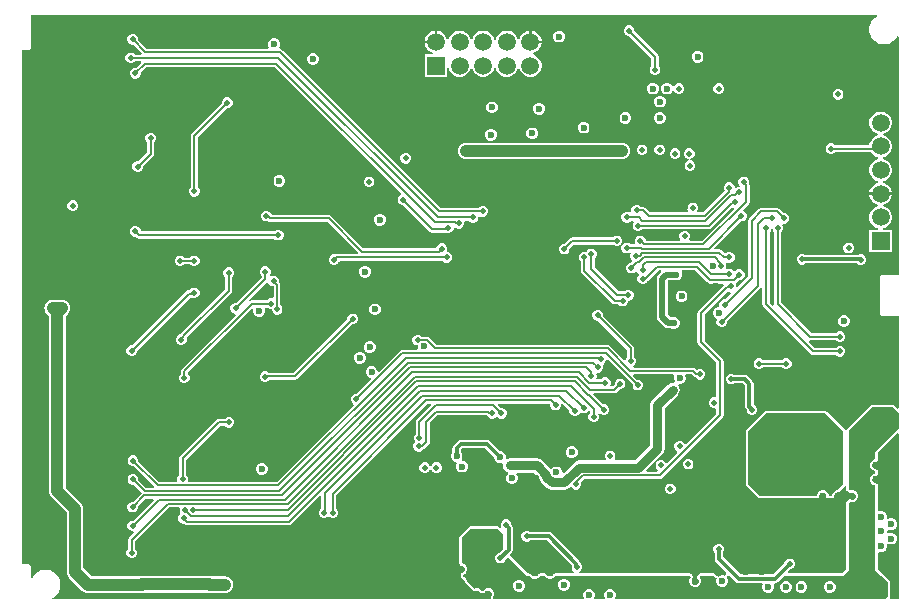
<source format=gbl>
G04*
G04 #@! TF.GenerationSoftware,Altium Limited,Altium Designer,21.6.4 (81)*
G04*
G04 Layer_Physical_Order=4*
G04 Layer_Color=16711680*
%FSLAX44Y44*%
%MOMM*%
G71*
G04*
G04 #@! TF.SameCoordinates,6F4435E8-1246-4E1E-919F-4622FBB0EAFB*
G04*
G04*
G04 #@! TF.FilePolarity,Positive*
G04*
G01*
G75*
%ADD11C,0.2000*%
%ADD14C,0.1500*%
%ADD67C,0.3000*%
%ADD69C,1.0000*%
%ADD70C,0.8000*%
%ADD71C,0.5000*%
%ADD73C,1.5000*%
%ADD74R,1.5000X1.5000*%
%ADD75C,0.6000*%
%ADD76C,0.5000*%
G36*
X929260Y716316D02*
X929234Y716181D01*
X929079Y716077D01*
X928847Y715981D01*
X927209Y714887D01*
X927032Y714709D01*
X926823Y714570D01*
X925430Y713177D01*
X925291Y712968D01*
X925113Y712791D01*
X924019Y711153D01*
X923923Y710921D01*
X923783Y710712D01*
X923029Y708892D01*
X922980Y708646D01*
X922884Y708414D01*
X922500Y706482D01*
Y706231D01*
X922451Y705985D01*
Y704015D01*
X922500Y703769D01*
Y703518D01*
X922884Y701586D01*
X922980Y701354D01*
X923029Y701108D01*
X923783Y699288D01*
X923923Y699079D01*
X924019Y698847D01*
X925113Y697209D01*
X925291Y697032D01*
X925430Y696823D01*
X926823Y695430D01*
X927032Y695291D01*
X927209Y695113D01*
X928847Y694019D01*
X929079Y693923D01*
X929288Y693783D01*
X931108Y693029D01*
X931354Y692980D01*
X931586Y692884D01*
X933518Y692500D01*
X933769D01*
X934015Y692451D01*
X935985D01*
X936231Y692500D01*
X936482D01*
X938414Y692884D01*
X938646Y692980D01*
X938892Y693029D01*
X940712Y693783D01*
X940921Y693923D01*
X941153Y694019D01*
X942791Y695113D01*
X942968Y695291D01*
X943177Y695430D01*
X944570Y696823D01*
X944709Y697032D01*
X944887Y697209D01*
X945981Y698847D01*
X946077Y699079D01*
X946181Y699234D01*
X946317Y699260D01*
X947451Y698949D01*
X947451Y497549D01*
X934000D01*
X933025Y497355D01*
X932198Y496802D01*
X931645Y495975D01*
X931451Y495000D01*
Y465000D01*
X931645Y464025D01*
X932198Y463198D01*
X933025Y462645D01*
X934000Y462451D01*
X947451D01*
Y384592D01*
X946278Y384106D01*
X943942Y386442D01*
X943280Y386884D01*
X942500Y387039D01*
X925000D01*
X925000Y387039D01*
X924220Y386884D01*
X923558Y386442D01*
X923558Y386442D01*
X903558Y366442D01*
X903165Y365853D01*
X902601Y365780D01*
X902399D01*
X901836Y365853D01*
X901442Y366442D01*
X901442Y366442D01*
X886442Y381442D01*
X885780Y381884D01*
X885000Y382039D01*
X835000D01*
X834220Y381884D01*
X833558Y381442D01*
X833558Y381442D01*
X818558Y366442D01*
X818116Y365780D01*
X817961Y365000D01*
Y320000D01*
X818116Y319220D01*
X818558Y318558D01*
X818558Y318558D01*
X828558Y308558D01*
X829220Y308116D01*
X830000Y307961D01*
X878000D01*
X878780Y308116D01*
X879442Y308558D01*
X879884Y309220D01*
X880039Y310000D01*
Y310589D01*
X880490Y311677D01*
X881323Y312510D01*
X882411Y312961D01*
X883589D01*
X884677Y312510D01*
X885510Y311677D01*
X885961Y310589D01*
Y310000D01*
X886116Y309220D01*
X886558Y308558D01*
X887220Y308116D01*
X888000Y307961D01*
X890000D01*
X890000Y307961D01*
X890780Y308116D01*
X891442Y308558D01*
X892446Y309562D01*
X892888Y310224D01*
X893490Y311677D01*
X894323Y312510D01*
X895777Y313112D01*
X896438Y313554D01*
X901442Y318558D01*
X901691Y318930D01*
X902961Y318619D01*
Y315544D01*
X903000Y315347D01*
Y315146D01*
X903077Y314961D01*
X903116Y314764D01*
X903228Y314597D01*
X903305Y314411D01*
X903447Y314269D01*
X903558Y314102D01*
X903725Y313990D01*
X903867Y313848D01*
X905137Y313000D01*
X905323Y312923D01*
X905490Y312811D01*
X905687Y312772D01*
X905872Y312695D01*
X906073D01*
X906270Y312656D01*
X906467Y312695D01*
X906668D01*
X906853Y312772D01*
X907050Y312811D01*
X907411Y312961D01*
X908589D01*
X909677Y312510D01*
X910510Y311677D01*
X910961Y310589D01*
Y309411D01*
X910510Y308323D01*
X909677Y307490D01*
X908589Y307039D01*
X907411D01*
X907050Y307189D01*
X906853Y307228D01*
X906668Y307305D01*
X906467D01*
X906270Y307344D01*
X906073Y307305D01*
X905872D01*
X905687Y307228D01*
X905490Y307189D01*
X905323Y307077D01*
X905137Y307000D01*
X903867Y306152D01*
X903725Y306010D01*
X903558Y305898D01*
X903447Y305731D01*
X903305Y305589D01*
X903228Y305403D01*
X903116Y305236D01*
X903077Y305039D01*
X903000Y304854D01*
Y304653D01*
X902961Y304456D01*
Y248345D01*
X899155Y244539D01*
X853745D01*
X853259Y245713D01*
X855547Y248000D01*
X855895D01*
X857549Y248685D01*
X858815Y249951D01*
X859500Y251605D01*
Y253395D01*
X858815Y255049D01*
X857549Y256315D01*
X855895Y257000D01*
X854105D01*
X852451Y256315D01*
X851185Y255049D01*
X850500Y253395D01*
Y253047D01*
X841022Y243569D01*
X813478D01*
X798951Y258095D01*
Y262780D01*
X799500Y264105D01*
Y265895D01*
X798815Y267549D01*
X797549Y268815D01*
X795895Y269500D01*
X794105D01*
X792451Y268815D01*
X791185Y267549D01*
X790500Y265895D01*
Y264105D01*
X791185Y262451D01*
X791814Y261822D01*
Y256617D01*
X792086Y255252D01*
X792859Y254094D01*
X801330Y245623D01*
X801382Y245372D01*
X801200Y244186D01*
X801099Y244058D01*
X800925Y243942D01*
X800483Y243280D01*
X800166Y242515D01*
X798995Y243000D01*
X797005D01*
X795168Y242239D01*
X794725Y241797D01*
X794283Y242092D01*
X793323Y242490D01*
X792457Y243355D01*
X792066Y243942D01*
X791404Y244384D01*
X790624Y244539D01*
X779367D01*
X778587Y244384D01*
X777925Y243942D01*
X777483Y243280D01*
X776957Y242010D01*
X776802Y241230D01*
X776957Y240450D01*
X777399Y239788D01*
X777510Y239677D01*
X777961Y238589D01*
Y237411D01*
X777510Y236323D01*
X776677Y235490D01*
X775589Y235039D01*
X774411D01*
X773323Y235490D01*
X772490Y236323D01*
X772039Y237411D01*
Y238589D01*
X772490Y239677D01*
X772601Y239788D01*
X773043Y240450D01*
X773198Y241230D01*
X773043Y242010D01*
X772517Y243280D01*
X772075Y243942D01*
X771413Y244384D01*
X770633Y244539D01*
X677122D01*
X676870Y245809D01*
X677387Y246024D01*
X678653Y247289D01*
X679339Y248943D01*
Y250734D01*
X678653Y252388D01*
X677969Y253072D01*
X677753Y254160D01*
X676979Y255318D01*
X653773Y278523D01*
X652616Y279297D01*
X651250Y279569D01*
X635045D01*
X634799Y279815D01*
X633145Y280500D01*
X631355D01*
X629701Y279815D01*
X628435Y278549D01*
X627750Y276895D01*
Y275105D01*
X628435Y273451D01*
X629701Y272185D01*
X631355Y271500D01*
X633145D01*
X634799Y272185D01*
X635045Y272431D01*
X649772D01*
X670670Y251534D01*
X670339Y250734D01*
Y248943D01*
X671024Y247289D01*
X672289Y246024D01*
X672807Y245809D01*
X672554Y244539D01*
X656376D01*
X655596Y244384D01*
X654934Y243942D01*
X654543Y243355D01*
X653677Y242490D01*
X652589Y242039D01*
X651411D01*
X650323Y242490D01*
X649457Y243355D01*
X649065Y243942D01*
X648404Y244384D01*
X647624Y244539D01*
X643376D01*
X642596Y244384D01*
X641935Y243942D01*
X641543Y243355D01*
X640677Y242490D01*
X639589Y242039D01*
X638411D01*
X637323Y242490D01*
X636457Y243355D01*
X636065Y243942D01*
X635404Y244384D01*
X634623Y244539D01*
X633345D01*
X617715Y260169D01*
X619523Y261977D01*
X620297Y263134D01*
X620569Y264500D01*
Y283209D01*
X620297Y284574D01*
X619523Y285732D01*
X619500Y285756D01*
Y286645D01*
X618815Y288299D01*
X617549Y289565D01*
X615895Y290250D01*
X614105D01*
X612451Y289565D01*
X611185Y288299D01*
X610500Y286645D01*
Y284855D01*
X610977Y283703D01*
X609901Y282983D01*
X608942Y283942D01*
X608280Y284384D01*
X607500Y284539D01*
X585000D01*
X584220Y284384D01*
X583558Y283942D01*
X583558Y283942D01*
X576058Y276442D01*
X575616Y275780D01*
X575461Y275000D01*
Y253000D01*
X575616Y252220D01*
X576058Y251558D01*
X576720Y251116D01*
X577500Y250961D01*
X577589D01*
X578677Y250510D01*
X579510Y249677D01*
X579961Y248589D01*
Y247411D01*
X579510Y246323D01*
X578677Y245490D01*
X577781Y245119D01*
X577476Y244915D01*
X577164Y244720D01*
X577145Y244694D01*
X577119Y244677D01*
X576915Y244371D01*
X576702Y244072D01*
X576596Y243837D01*
X576546Y243618D01*
X576458Y243410D01*
X576457Y243234D01*
X576417Y243062D01*
X576455Y242840D01*
X576453Y242615D01*
X576702Y241321D01*
X576780Y241129D01*
X576821Y240926D01*
X576929Y240764D01*
X577002Y240584D01*
X577147Y240436D01*
X577263Y240264D01*
X577424Y240156D01*
X577561Y240018D01*
X577752Y239937D01*
X577924Y239822D01*
X578677Y239510D01*
X579510Y238677D01*
X580112Y237223D01*
X580554Y236562D01*
X586852Y230264D01*
X587183Y230043D01*
X587514Y229822D01*
X588294Y229666D01*
X589075Y229821D01*
X589411Y229961D01*
X590589D01*
X591677Y229510D01*
X592660Y228527D01*
X592871Y228212D01*
X593532Y227770D01*
X594313Y227615D01*
X595687D01*
X596468Y227770D01*
X597129Y228212D01*
X597129Y228212D01*
X597340Y228527D01*
X598323Y229510D01*
X599411Y229961D01*
X600589D01*
X601677Y229510D01*
X602510Y228677D01*
X602961Y227589D01*
Y226411D01*
X602510Y225323D01*
X602448Y225261D01*
X602006Y224599D01*
X601851Y223819D01*
X600922Y222549D01*
X231051D01*
X230739Y223684D01*
X230766Y223819D01*
X230921Y223923D01*
X231153Y224019D01*
X232791Y225113D01*
X232968Y225291D01*
X233177Y225430D01*
X234570Y226823D01*
X234709Y227032D01*
X234887Y227209D01*
X235981Y228847D01*
X236077Y229079D01*
X236217Y229288D01*
X236971Y231108D01*
X237020Y231354D01*
X237116Y231586D01*
X237500Y233518D01*
Y233769D01*
X237549Y234015D01*
Y235985D01*
X237500Y236231D01*
Y236482D01*
X237116Y238414D01*
X237020Y238646D01*
X236971Y238892D01*
X236217Y240712D01*
X236077Y240921D01*
X235981Y241153D01*
X234887Y242791D01*
X234709Y242968D01*
X234570Y243177D01*
X233177Y244570D01*
X232968Y244709D01*
X232791Y244887D01*
X231153Y245981D01*
X230921Y246077D01*
X230712Y246217D01*
X228892Y246971D01*
X228646Y247020D01*
X228414Y247116D01*
X226482Y247500D01*
X226231D01*
X225985Y247549D01*
X224015D01*
X223769Y247500D01*
X223518D01*
X221586Y247116D01*
X221354Y247020D01*
X221108Y246971D01*
X219288Y246217D01*
X219079Y246077D01*
X218847Y245981D01*
X217209Y244887D01*
X217032Y244709D01*
X216823Y244570D01*
X215430Y243177D01*
X215291Y242968D01*
X215113Y242791D01*
X214019Y241153D01*
X213923Y240921D01*
X213819Y240766D01*
X213683Y240740D01*
X212549Y241051D01*
Y250000D01*
X212355Y250975D01*
X211802Y251802D01*
X210975Y252355D01*
X210000Y252549D01*
X205000D01*
Y687451D01*
X210000D01*
X210975Y687645D01*
X211802Y688198D01*
X212355Y689025D01*
X212549Y690000D01*
Y717451D01*
X928949Y717451D01*
X929260Y716316D01*
D02*
G37*
G36*
X900000Y365000D02*
Y320000D01*
X894996Y314996D01*
X893168Y314239D01*
X891761Y312832D01*
X891004Y311004D01*
X890000Y310000D01*
X888000D01*
Y310995D01*
X887239Y312832D01*
X885832Y314239D01*
X883995Y315000D01*
X882005D01*
X880168Y314239D01*
X878761Y312832D01*
X878000Y310995D01*
Y310000D01*
X830000D01*
X820000Y320000D01*
Y365000D01*
X835000Y380000D01*
X885000D01*
X900000Y365000D01*
D02*
G37*
G36*
X947500Y380000D02*
Y367500D01*
X927500Y347500D01*
Y341000D01*
X927005D01*
X925168Y340239D01*
X923761Y338832D01*
X923000Y336995D01*
Y335005D01*
X923761Y333168D01*
X925168Y331761D01*
X927005Y331000D01*
X927500D01*
Y329000D01*
X927005D01*
X925168Y328239D01*
X923761Y326832D01*
X923000Y324995D01*
Y323005D01*
X923761Y321168D01*
X925168Y319761D01*
X927005Y319000D01*
X927500D01*
Y293495D01*
Y280995D01*
Y268495D01*
Y255995D01*
Y247500D01*
X932500Y242500D01*
X938000Y237000D01*
Y225000D01*
X935549Y222549D01*
X935049D01*
X935000Y222500D01*
X900000D01*
Y222549D01*
X708279D01*
X707508Y223819D01*
X708000Y225005D01*
Y226995D01*
X707239Y228832D01*
X705832Y230239D01*
X703995Y231000D01*
X702005D01*
X700168Y230239D01*
X698761Y228832D01*
X698000Y226995D01*
Y225005D01*
X698492Y223819D01*
X697721Y222549D01*
X690279D01*
X689509Y223819D01*
X690000Y225005D01*
Y226995D01*
X689239Y228832D01*
X687832Y230239D01*
X685995Y231000D01*
X684005D01*
X682168Y230239D01*
X680761Y228832D01*
X680000Y226995D01*
Y225005D01*
X680491Y223819D01*
X679721Y222549D01*
X604416D01*
X603890Y223819D01*
X604239Y224168D01*
X605000Y226005D01*
Y227995D01*
X604239Y229832D01*
X602832Y231239D01*
X600995Y232000D01*
X599005D01*
X597168Y231239D01*
X595761Y229832D01*
X595687Y229654D01*
X594313D01*
X594239Y229832D01*
X592832Y231239D01*
X590995Y232000D01*
X589005D01*
X588294Y231705D01*
X581996Y238004D01*
X581239Y239832D01*
X579832Y241239D01*
X578705Y241706D01*
X578456Y243000D01*
X578561Y243235D01*
X579832Y243761D01*
X581239Y245168D01*
X582000Y247005D01*
Y248995D01*
X581239Y250832D01*
X579832Y252239D01*
X577995Y253000D01*
X577500D01*
Y275000D01*
X585000Y282500D01*
X607500D01*
X612500Y277500D01*
Y265047D01*
X609453Y262000D01*
X609105D01*
X607451Y261315D01*
X606185Y260049D01*
X605500Y258395D01*
Y256605D01*
X606185Y254951D01*
X607451Y253685D01*
X609105Y253000D01*
X610895D01*
X612549Y253685D01*
X613815Y254951D01*
X614500Y256605D01*
Y256953D01*
X616273Y258727D01*
X632500Y242500D01*
X634623D01*
X634761Y242168D01*
X636168Y240761D01*
X638005Y240000D01*
X639995D01*
X641832Y240761D01*
X643239Y242168D01*
X643376Y242500D01*
X647624D01*
X647761Y242168D01*
X649168Y240761D01*
X651005Y240000D01*
X652995D01*
X654832Y240761D01*
X656239Y242168D01*
X656376Y242500D01*
X770633D01*
X771159Y241230D01*
X770761Y240832D01*
X770000Y238995D01*
Y237005D01*
X770761Y235168D01*
X772168Y233761D01*
X774005Y233000D01*
X775995D01*
X777832Y233761D01*
X779239Y235168D01*
X780000Y237005D01*
Y238995D01*
X779239Y240832D01*
X778841Y241230D01*
X779367Y242500D01*
X790624D01*
X790761Y242168D01*
X792168Y240761D01*
X793503Y240208D01*
X793000Y238995D01*
Y237005D01*
X793761Y235168D01*
X795168Y233761D01*
X797005Y233000D01*
X798995D01*
X800832Y233761D01*
X802239Y235168D01*
X803000Y237005D01*
Y238995D01*
X802239Y240832D01*
X801841Y241230D01*
X802367Y242500D01*
X804453D01*
X809477Y237477D01*
X810634Y236703D01*
X812000Y236431D01*
X831701D01*
X832483Y235161D01*
X832000Y233995D01*
Y232005D01*
X832761Y230168D01*
X834168Y228761D01*
X836005Y228000D01*
X837995D01*
X839832Y228761D01*
X841239Y230168D01*
X842000Y232005D01*
Y233995D01*
X841517Y235161D01*
X842299Y236431D01*
X842500D01*
X843866Y236703D01*
X845023Y237477D01*
X850047Y242500D01*
X900000D01*
X905000Y247500D01*
Y304456D01*
X906270Y305305D01*
X907005Y305000D01*
X908995D01*
X910832Y305761D01*
X912239Y307168D01*
X913000Y309005D01*
Y310995D01*
X912239Y312832D01*
X910832Y314239D01*
X908995Y315000D01*
X907005D01*
X906270Y314695D01*
X905000Y315544D01*
Y365000D01*
X925000Y385000D01*
X942500D01*
X947500Y380000D01*
D02*
G37*
G36*
X947451Y362908D02*
Y222549D01*
X940043D01*
X939616Y223819D01*
X939884Y224220D01*
X940039Y225000D01*
Y237000D01*
X940039Y237000D01*
X939884Y237780D01*
X939442Y238442D01*
X939442Y238442D01*
X938942Y238942D01*
X938942Y238942D01*
X938942Y238942D01*
X933942Y243942D01*
X929539Y248345D01*
Y255995D01*
Y261940D01*
X930809Y262788D01*
X931505Y262500D01*
X933495D01*
X935332Y263261D01*
X936739Y264668D01*
X937500Y266505D01*
Y268495D01*
X937363Y268824D01*
X937710Y269228D01*
X938388Y269670D01*
X940005Y269000D01*
X941995D01*
X943832Y269761D01*
X945239Y271168D01*
X946000Y273005D01*
Y274995D01*
X945239Y276832D01*
X943832Y278239D01*
X941995Y279000D01*
X940005D01*
X938638Y278433D01*
X938168Y278670D01*
X937503Y279228D01*
X937500Y279232D01*
Y280768D01*
X937503Y280772D01*
X938168Y281330D01*
X938638Y281567D01*
X940005Y281000D01*
X941995D01*
X943832Y281761D01*
X945239Y283168D01*
X946000Y285005D01*
Y286995D01*
X945239Y288832D01*
X943832Y290239D01*
X941995Y291000D01*
X940005D01*
X938388Y290330D01*
X937710Y290772D01*
X937363Y291176D01*
X937500Y291505D01*
Y293495D01*
X936739Y295332D01*
X935332Y296739D01*
X933495Y297500D01*
X931505D01*
X930809Y297212D01*
X929539Y298060D01*
Y319000D01*
X929384Y319780D01*
X928942Y320442D01*
X928280Y320884D01*
X927500Y321039D01*
X927411D01*
X926323Y321490D01*
X925490Y322323D01*
X925039Y323411D01*
Y324589D01*
X925490Y325677D01*
X926323Y326510D01*
X927411Y326961D01*
X927500D01*
X928280Y327116D01*
X928942Y327558D01*
X929384Y328220D01*
X929539Y329000D01*
Y331000D01*
X929384Y331780D01*
X928942Y332442D01*
X928280Y332884D01*
X927500Y333039D01*
X927411D01*
X926323Y333490D01*
X925490Y334323D01*
X925039Y335411D01*
Y336589D01*
X925490Y337677D01*
X926323Y338510D01*
X927411Y338961D01*
X927500D01*
X928280Y339116D01*
X928942Y339558D01*
X929384Y340220D01*
X929539Y341000D01*
Y346655D01*
X946278Y363394D01*
X947451Y362908D01*
D02*
G37*
%LPC*%
G36*
X634500Y704000D02*
X634249D01*
X631833Y703353D01*
X629667Y702102D01*
X627898Y700333D01*
X626647Y698167D01*
X626157Y696338D01*
X624843D01*
X624353Y698167D01*
X623102Y700333D01*
X621333Y702102D01*
X619167Y703353D01*
X616751Y704000D01*
X614249D01*
X611833Y703353D01*
X609667Y702102D01*
X607898Y700333D01*
X606647Y698167D01*
X606157Y696338D01*
X604843D01*
X604353Y698167D01*
X603102Y700333D01*
X601333Y702102D01*
X599167Y703353D01*
X596751Y704000D01*
X594249D01*
X591833Y703353D01*
X589667Y702102D01*
X587898Y700333D01*
X586647Y698167D01*
X586157Y696338D01*
X584843D01*
X584353Y698167D01*
X583102Y700333D01*
X581333Y702102D01*
X579167Y703353D01*
X576751Y704000D01*
X574249D01*
X571833Y703353D01*
X569667Y702102D01*
X567898Y700333D01*
X566647Y698167D01*
X566157Y696338D01*
X564843D01*
X564353Y698167D01*
X563102Y700333D01*
X561333Y702102D01*
X559167Y703353D01*
X556751Y704000D01*
X556500D01*
Y694500D01*
X555500D01*
Y693500D01*
X546000D01*
Y693249D01*
X546647Y690833D01*
X547898Y688667D01*
X549667Y686898D01*
X551833Y685647D01*
X553242Y685270D01*
X553075Y684000D01*
X546000D01*
Y665000D01*
X565000D01*
Y672075D01*
X566270Y672242D01*
X566647Y670833D01*
X567898Y668667D01*
X569667Y666898D01*
X571833Y665647D01*
X574249Y665000D01*
X576751D01*
X579167Y665647D01*
X581333Y666898D01*
X583102Y668667D01*
X584353Y670833D01*
X584843Y672662D01*
X586157D01*
X586647Y670833D01*
X587898Y668667D01*
X589667Y666898D01*
X591833Y665647D01*
X594249Y665000D01*
X596751D01*
X599167Y665647D01*
X601333Y666898D01*
X603102Y668667D01*
X604353Y670833D01*
X604843Y672662D01*
X606157D01*
X606647Y670833D01*
X607898Y668667D01*
X609667Y666898D01*
X611833Y665647D01*
X614249Y665000D01*
X616751D01*
X619167Y665647D01*
X621333Y666898D01*
X623102Y668667D01*
X624353Y670833D01*
X624843Y672662D01*
X626157D01*
X626647Y670833D01*
X627898Y668667D01*
X629667Y666898D01*
X631833Y665647D01*
X634249Y665000D01*
X636751D01*
X639167Y665647D01*
X641333Y666898D01*
X643102Y668667D01*
X644353Y670833D01*
X645000Y673249D01*
Y675751D01*
X644353Y678167D01*
X643102Y680333D01*
X641333Y682102D01*
X639167Y683353D01*
X637338Y683843D01*
Y685157D01*
X639167Y685647D01*
X641333Y686898D01*
X643102Y688667D01*
X644353Y690833D01*
X645000Y693249D01*
Y693500D01*
X635500D01*
Y694500D01*
X634500D01*
Y704000D01*
D02*
G37*
G36*
X636751D02*
X636500D01*
Y695500D01*
X645000D01*
Y695751D01*
X644353Y698167D01*
X643102Y700333D01*
X641333Y702102D01*
X639167Y703353D01*
X636751Y704000D01*
D02*
G37*
G36*
X554500D02*
X554249D01*
X551833Y703353D01*
X549667Y702102D01*
X547898Y700333D01*
X546647Y698167D01*
X546000Y695751D01*
Y695500D01*
X554500D01*
Y704000D01*
D02*
G37*
G36*
X660995D02*
X659005D01*
X657168Y703239D01*
X655761Y701832D01*
X655000Y699995D01*
Y698005D01*
X655761Y696168D01*
X657168Y694761D01*
X659005Y694000D01*
X660995D01*
X662832Y694761D01*
X664239Y696168D01*
X665000Y698005D01*
Y699995D01*
X664239Y701832D01*
X662832Y703239D01*
X660995Y704000D01*
D02*
G37*
G36*
X299595Y701200D02*
X297805D01*
X296151Y700515D01*
X294885Y699249D01*
X294200Y697595D01*
Y695805D01*
X294885Y694151D01*
X296151Y692885D01*
X297805Y692200D01*
X299235D01*
X306361Y685074D01*
X305835Y683804D01*
X300560D01*
X299549Y684815D01*
X297895Y685500D01*
X296105D01*
X294451Y684815D01*
X293185Y683549D01*
X292500Y681895D01*
Y680105D01*
X293185Y678451D01*
X294451Y677185D01*
X296105Y676500D01*
X297895D01*
X299549Y677185D01*
X300560Y678196D01*
X305435D01*
X305961Y676926D01*
X301535Y672500D01*
X300105D01*
X298451Y671815D01*
X297185Y670549D01*
X296500Y668895D01*
Y667105D01*
X297185Y665451D01*
X298451Y664185D01*
X300105Y663500D01*
X301895D01*
X303549Y664185D01*
X304815Y665451D01*
X305500Y667105D01*
Y668535D01*
X310161Y673196D01*
X419339D01*
X525937Y566598D01*
X525639Y565100D01*
X524951Y564815D01*
X523685Y563549D01*
X523000Y561895D01*
Y560105D01*
X523685Y558451D01*
X524951Y557185D01*
X526605Y556500D01*
X527674D01*
X550337Y533837D01*
X550337Y533837D01*
X551329Y533174D01*
X552500Y532941D01*
X552500Y532941D01*
X563328D01*
X563328Y532941D01*
X563809Y533037D01*
X565105Y532500D01*
X566895D01*
X568549Y533185D01*
X569815Y534451D01*
X570500Y536105D01*
Y537340D01*
X571770Y537866D01*
X572451Y537185D01*
X574105Y536500D01*
X575895D01*
X577549Y537185D01*
X578815Y538451D01*
X579500Y540105D01*
Y541895D01*
X579398Y542140D01*
X580104Y543196D01*
X583440D01*
X584451Y542185D01*
X586105Y541500D01*
X587895D01*
X589549Y542185D01*
X590815Y543451D01*
X591500Y545105D01*
Y546340D01*
X591862Y546662D01*
X592691Y547086D01*
X594105Y546500D01*
X595895D01*
X597549Y547185D01*
X598815Y548451D01*
X599500Y550105D01*
Y551895D01*
X598815Y553549D01*
X597549Y554815D01*
X595895Y555500D01*
X594105D01*
X592451Y554815D01*
X591440Y553804D01*
X559661D01*
X425483Y687983D01*
X424573Y688590D01*
X423770Y688750D01*
X423622Y688880D01*
X423285Y689409D01*
X423048Y690074D01*
X423600Y691405D01*
Y693395D01*
X422839Y695232D01*
X421432Y696639D01*
X419594Y697400D01*
X417605D01*
X415768Y696639D01*
X414361Y695232D01*
X413600Y693395D01*
Y691405D01*
X414151Y690074D01*
X413466Y688804D01*
X310561D01*
X303200Y696165D01*
Y697595D01*
X302515Y699249D01*
X301249Y700515D01*
X299595Y701200D01*
D02*
G37*
G36*
X777995Y687000D02*
X776005D01*
X774168Y686239D01*
X772761Y684832D01*
X772000Y682995D01*
Y681005D01*
X772761Y679168D01*
X774168Y677761D01*
X776005Y677000D01*
X777995D01*
X779832Y677761D01*
X781239Y679168D01*
X782000Y681005D01*
Y682995D01*
X781239Y684832D01*
X779832Y686239D01*
X777995Y687000D01*
D02*
G37*
G36*
X452495Y685000D02*
X450505D01*
X448668Y684239D01*
X447261Y682832D01*
X446500Y680994D01*
Y679005D01*
X447261Y677168D01*
X448668Y675761D01*
X450505Y675000D01*
X452495D01*
X454332Y675761D01*
X455739Y677168D01*
X456500Y679005D01*
Y680994D01*
X455739Y682832D01*
X454332Y684239D01*
X452495Y685000D01*
D02*
G37*
G36*
X719895Y708500D02*
X718105D01*
X716451Y707815D01*
X715185Y706549D01*
X714500Y704895D01*
Y703105D01*
X715185Y701451D01*
X716451Y700185D01*
X718105Y699500D01*
X719174D01*
X737941Y680733D01*
Y674305D01*
X737185Y673549D01*
X736500Y671895D01*
Y670105D01*
X737185Y668451D01*
X738451Y667185D01*
X740105Y666500D01*
X741895D01*
X743549Y667185D01*
X744815Y668451D01*
X745500Y670105D01*
Y671895D01*
X744815Y673549D01*
X744059Y674305D01*
Y682000D01*
X744059Y682000D01*
X743826Y683170D01*
X743163Y684163D01*
X743163Y684163D01*
X723500Y703826D01*
Y704895D01*
X722815Y706549D01*
X721549Y707815D01*
X719895Y708500D01*
D02*
G37*
G36*
X795895Y659500D02*
X794105D01*
X792451Y658815D01*
X791185Y657549D01*
X790500Y655895D01*
Y654105D01*
X791185Y652451D01*
X792451Y651185D01*
X794105Y650500D01*
X795895D01*
X797549Y651185D01*
X798815Y652451D01*
X799500Y654105D01*
Y655895D01*
X798815Y657549D01*
X797549Y658815D01*
X795895Y659500D01*
D02*
G37*
G36*
X751995Y660000D02*
X750005D01*
X748168Y659239D01*
X746761Y657832D01*
X746000Y655995D01*
Y654005D01*
X746761Y652168D01*
X748168Y650761D01*
X750005Y650000D01*
X751995D01*
X753832Y650761D01*
X755239Y652168D01*
X755583Y652999D01*
X756958D01*
X757185Y652451D01*
X758451Y651185D01*
X760105Y650500D01*
X761895D01*
X763549Y651185D01*
X764815Y652451D01*
X765500Y654105D01*
Y655895D01*
X764815Y657549D01*
X763549Y658815D01*
X761895Y659500D01*
X760105D01*
X758451Y658815D01*
X757185Y657549D01*
X756958Y657001D01*
X755583D01*
X755239Y657832D01*
X753832Y659239D01*
X751995Y660000D01*
D02*
G37*
G36*
X739995D02*
X738005D01*
X736168Y659239D01*
X734761Y657832D01*
X734000Y655995D01*
Y654005D01*
X734761Y652168D01*
X736168Y650761D01*
X738005Y650000D01*
X739995D01*
X741832Y650761D01*
X743239Y652168D01*
X744000Y654005D01*
Y655995D01*
X743239Y657832D01*
X741832Y659239D01*
X739995Y660000D01*
D02*
G37*
G36*
X896895Y654500D02*
X895105D01*
X893451Y653815D01*
X892185Y652549D01*
X891500Y650895D01*
Y649105D01*
X892185Y647451D01*
X893451Y646185D01*
X895105Y645500D01*
X896895D01*
X898549Y646185D01*
X899815Y647451D01*
X900500Y649105D01*
Y650895D01*
X899815Y652549D01*
X898549Y653815D01*
X896895Y654500D01*
D02*
G37*
G36*
X745995Y649000D02*
X744005D01*
X742168Y648239D01*
X740761Y646832D01*
X740000Y644995D01*
Y643005D01*
X740761Y641168D01*
X742168Y639761D01*
X744005Y639000D01*
X745995D01*
X747832Y639761D01*
X749239Y641168D01*
X750000Y643005D01*
Y644995D01*
X749239Y646832D01*
X747832Y648239D01*
X745995Y649000D01*
D02*
G37*
G36*
X603995Y644000D02*
X602006D01*
X600168Y643239D01*
X598761Y641832D01*
X598000Y639995D01*
Y638005D01*
X598761Y636168D01*
X600168Y634761D01*
X602006Y634000D01*
X603995D01*
X605832Y634761D01*
X607239Y636168D01*
X608000Y638005D01*
Y639995D01*
X607239Y641832D01*
X605832Y643239D01*
X603995Y644000D01*
D02*
G37*
G36*
X643995Y643000D02*
X642005D01*
X640168Y642239D01*
X638761Y640832D01*
X638000Y638995D01*
Y637005D01*
X638761Y635168D01*
X640168Y633761D01*
X642005Y633000D01*
X643995D01*
X645832Y633761D01*
X647239Y635168D01*
X648000Y637005D01*
Y638995D01*
X647239Y640832D01*
X645832Y642239D01*
X643995Y643000D01*
D02*
G37*
G36*
X745995Y635000D02*
X744005D01*
X742168Y634239D01*
X740761Y632832D01*
X740000Y630995D01*
Y629005D01*
X740761Y627168D01*
X742168Y625761D01*
X744005Y625000D01*
X745995D01*
X747832Y625761D01*
X749239Y627168D01*
X750000Y629005D01*
Y630995D01*
X749239Y632832D01*
X747832Y634239D01*
X745995Y635000D01*
D02*
G37*
G36*
X716995D02*
X715005D01*
X713168Y634239D01*
X711761Y632832D01*
X711000Y630995D01*
Y629005D01*
X711761Y627168D01*
X713168Y625761D01*
X715005Y625000D01*
X716995D01*
X718832Y625761D01*
X720239Y627168D01*
X721000Y629005D01*
Y630995D01*
X720239Y632832D01*
X718832Y634239D01*
X716995Y635000D01*
D02*
G37*
G36*
X681495Y627000D02*
X679505D01*
X677668Y626239D01*
X676261Y624832D01*
X675500Y622995D01*
Y621005D01*
X676261Y619168D01*
X677668Y617761D01*
X679505Y617000D01*
X681495D01*
X683332Y617761D01*
X684739Y619168D01*
X685500Y621005D01*
Y622995D01*
X684739Y624832D01*
X683332Y626239D01*
X681495Y627000D01*
D02*
G37*
G36*
X637995Y622000D02*
X636005D01*
X634168Y621239D01*
X632761Y619832D01*
X632000Y617995D01*
Y616005D01*
X632761Y614168D01*
X634168Y612761D01*
X636005Y612000D01*
X637995D01*
X639832Y612761D01*
X641239Y614168D01*
X642000Y616005D01*
Y617995D01*
X641239Y619832D01*
X639832Y621239D01*
X637995Y622000D01*
D02*
G37*
G36*
X602995Y621000D02*
X601005D01*
X599168Y620239D01*
X597761Y618832D01*
X597000Y616995D01*
Y615005D01*
X597761Y613168D01*
X599168Y611761D01*
X601005Y611000D01*
X602995D01*
X604832Y611761D01*
X606239Y613168D01*
X607000Y615005D01*
Y616995D01*
X606239Y618832D01*
X604832Y620239D01*
X602995Y621000D01*
D02*
G37*
G36*
X933251Y635500D02*
X930749D01*
X928333Y634853D01*
X926167Y633602D01*
X924398Y631833D01*
X923147Y629667D01*
X922500Y627251D01*
Y624749D01*
X923147Y622333D01*
X924398Y620167D01*
X926167Y618398D01*
X928333Y617147D01*
X930162Y616657D01*
Y615343D01*
X928333Y614852D01*
X926167Y613602D01*
X924398Y611833D01*
X923147Y609667D01*
X922500Y607251D01*
Y607059D01*
X893305D01*
X892549Y607815D01*
X890895Y608500D01*
X889105D01*
X887451Y607815D01*
X886185Y606549D01*
X885500Y604895D01*
Y603105D01*
X886185Y601451D01*
X887451Y600185D01*
X889105Y599500D01*
X890895D01*
X892549Y600185D01*
X893305Y600941D01*
X923951D01*
X924398Y600167D01*
X926167Y598398D01*
X928333Y597147D01*
X930162Y596657D01*
Y595343D01*
X928333Y594853D01*
X926167Y593602D01*
X924398Y591833D01*
X923147Y589667D01*
X922500Y587251D01*
Y584749D01*
X923147Y582333D01*
X924398Y580167D01*
X926167Y578398D01*
X928333Y577147D01*
X930162Y576657D01*
Y575343D01*
X928333Y574852D01*
X926167Y573602D01*
X924398Y571833D01*
X923147Y569667D01*
X922500Y567251D01*
Y567000D01*
X932000D01*
X941500D01*
Y567251D01*
X940853Y569667D01*
X939602Y571833D01*
X937833Y573602D01*
X935667Y574852D01*
X933838Y575343D01*
Y576657D01*
X935667Y577147D01*
X937833Y578398D01*
X939602Y580167D01*
X940853Y582333D01*
X941500Y584749D01*
Y587251D01*
X940853Y589667D01*
X939602Y591833D01*
X937833Y593602D01*
X935667Y594853D01*
X933838Y595343D01*
Y596657D01*
X935667Y597147D01*
X937833Y598398D01*
X939602Y600167D01*
X940853Y602333D01*
X941500Y604749D01*
Y607251D01*
X940853Y609667D01*
X939602Y611833D01*
X937833Y613602D01*
X935667Y614852D01*
X933838Y615343D01*
Y616657D01*
X935667Y617147D01*
X937833Y618398D01*
X939602Y620167D01*
X940853Y622333D01*
X941500Y624749D01*
Y627251D01*
X940853Y629667D01*
X939602Y631833D01*
X937833Y633602D01*
X935667Y634853D01*
X933251Y635500D01*
D02*
G37*
G36*
X745895Y607500D02*
X744105D01*
X742451Y606815D01*
X741185Y605549D01*
X740500Y603895D01*
Y602105D01*
X741185Y600451D01*
X742451Y599185D01*
X744105Y598500D01*
X745895D01*
X747549Y599185D01*
X748815Y600451D01*
X749500Y602105D01*
Y603895D01*
X748815Y605549D01*
X747549Y606815D01*
X745895Y607500D01*
D02*
G37*
G36*
X730895D02*
X729105D01*
X727451Y606815D01*
X726185Y605549D01*
X725500Y603895D01*
Y602105D01*
X726185Y600451D01*
X727451Y599185D01*
X729105Y598500D01*
X730895D01*
X732549Y599185D01*
X733815Y600451D01*
X734500Y602105D01*
Y603895D01*
X733815Y605549D01*
X732549Y606815D01*
X730895Y607500D01*
D02*
G37*
G36*
X758895Y604500D02*
X757105D01*
X755451Y603815D01*
X754185Y602549D01*
X753500Y600895D01*
Y599105D01*
X754185Y597451D01*
X755451Y596185D01*
X757105Y595500D01*
X758895D01*
X760549Y596185D01*
X761815Y597451D01*
X762500Y599105D01*
Y600895D01*
X761815Y602549D01*
X760549Y603815D01*
X758895Y604500D01*
D02*
G37*
G36*
X713000Y609060D02*
X581000D01*
X579173Y608820D01*
X577470Y608115D01*
X576008Y606992D01*
X574885Y605530D01*
X574180Y603827D01*
X573940Y602000D01*
X574180Y600173D01*
X574885Y598470D01*
X576008Y597007D01*
X577470Y595886D01*
X579173Y595180D01*
X581000Y594940D01*
X713000D01*
X714827Y595180D01*
X716530Y595886D01*
X717992Y597007D01*
X719115Y598470D01*
X719820Y600173D01*
X720060Y602000D01*
X719820Y603827D01*
X719115Y605530D01*
X717992Y606992D01*
X716530Y608115D01*
X714827Y608820D01*
X713000Y609060D01*
D02*
G37*
G36*
X530895Y600500D02*
X529105D01*
X527451Y599815D01*
X526185Y598549D01*
X525500Y596895D01*
Y595105D01*
X526185Y593451D01*
X527451Y592185D01*
X529105Y591500D01*
X530895D01*
X532549Y592185D01*
X533815Y593451D01*
X534500Y595105D01*
Y596895D01*
X533815Y598549D01*
X532549Y599815D01*
X530895Y600500D01*
D02*
G37*
G36*
X770895Y604500D02*
X769105D01*
X767451Y603815D01*
X766185Y602549D01*
X765500Y600895D01*
Y599105D01*
X766185Y597451D01*
X767451Y596185D01*
X769105Y595500D01*
X769557D01*
X769605Y594250D01*
X767951Y593565D01*
X766685Y592299D01*
X766000Y590645D01*
Y588855D01*
X766685Y587201D01*
X767951Y585935D01*
X769605Y585250D01*
X771395D01*
X773049Y585935D01*
X774315Y587201D01*
X775000Y588855D01*
Y590645D01*
X774315Y592299D01*
X773049Y593565D01*
X771395Y594250D01*
X770943D01*
X770895Y595500D01*
X772549Y596185D01*
X773815Y597451D01*
X774500Y599105D01*
Y600895D01*
X773815Y602549D01*
X772549Y603815D01*
X770895Y604500D01*
D02*
G37*
G36*
X314895Y617500D02*
X313105D01*
X311451Y616815D01*
X310185Y615549D01*
X309500Y613895D01*
Y612105D01*
X310185Y610451D01*
X310941Y609695D01*
Y601267D01*
X303174Y593500D01*
X302105D01*
X300451Y592815D01*
X299185Y591549D01*
X298500Y589895D01*
Y588105D01*
X299185Y586451D01*
X300451Y585185D01*
X302105Y584500D01*
X303895D01*
X305549Y585185D01*
X306815Y586451D01*
X307500Y588105D01*
Y589174D01*
X316163Y597837D01*
X316826Y598829D01*
X317059Y600000D01*
X317059Y600000D01*
Y609695D01*
X317815Y610451D01*
X318500Y612105D01*
Y613895D01*
X317815Y615549D01*
X316549Y616815D01*
X314895Y617500D01*
D02*
G37*
G36*
X423995Y582000D02*
X422005D01*
X420168Y581239D01*
X418761Y579832D01*
X418000Y577995D01*
Y576005D01*
X418761Y574168D01*
X420168Y572761D01*
X422005Y572000D01*
X423995D01*
X425832Y572761D01*
X427239Y574168D01*
X428000Y576005D01*
Y577995D01*
X427239Y579832D01*
X425832Y581239D01*
X423995Y582000D01*
D02*
G37*
G36*
X499895Y580500D02*
X498105D01*
X496451Y579815D01*
X495185Y578549D01*
X494500Y576895D01*
Y575105D01*
X495185Y573451D01*
X496451Y572185D01*
X498105Y571500D01*
X499895D01*
X501549Y572185D01*
X502815Y573451D01*
X503500Y575105D01*
Y576895D01*
X502815Y578549D01*
X501549Y579815D01*
X499895Y580500D01*
D02*
G37*
G36*
X816895D02*
X815105D01*
X813451Y579815D01*
X812185Y578549D01*
X811500Y576895D01*
Y575105D01*
X812185Y573451D01*
X812866Y572770D01*
X812340Y571500D01*
X811105D01*
X809770Y570947D01*
X808814Y571381D01*
X808500Y571660D01*
Y571895D01*
X807815Y573549D01*
X806549Y574815D01*
X804895Y575500D01*
X803105D01*
X801451Y574815D01*
X800185Y573549D01*
X799500Y571895D01*
Y570105D01*
X800168Y568493D01*
X781733Y550059D01*
X777219D01*
X776693Y551329D01*
X776815Y551451D01*
X777500Y553105D01*
Y554895D01*
X776815Y556549D01*
X775549Y557815D01*
X773895Y558500D01*
X772105D01*
X770451Y557815D01*
X769185Y556549D01*
X768500Y554895D01*
Y553105D01*
X769185Y551451D01*
X769307Y551329D01*
X768781Y550059D01*
X736767D01*
X732663Y554163D01*
X731671Y554826D01*
X730500Y555059D01*
X730500Y555059D01*
X728805D01*
X728049Y555815D01*
X726395Y556500D01*
X724605D01*
X722951Y555815D01*
X721685Y554549D01*
X721000Y552895D01*
Y551105D01*
X720126Y549896D01*
X719549Y549815D01*
X717895Y550500D01*
X716105D01*
X714451Y549815D01*
X713185Y548549D01*
X712500Y546895D01*
Y545105D01*
X713185Y543451D01*
X714451Y542185D01*
X716105Y541500D01*
X717895D01*
X719549Y542185D01*
X720305Y542941D01*
X722281D01*
X722807Y541671D01*
X722685Y541549D01*
X722000Y539895D01*
Y538105D01*
X722685Y536451D01*
X723951Y535185D01*
X725605Y534500D01*
X727395D01*
X729049Y535185D01*
X729805Y535941D01*
X786500D01*
X786500Y535941D01*
X787671Y536174D01*
X788663Y536837D01*
X806396Y554570D01*
X807281Y554298D01*
X807636Y552962D01*
X780733Y526059D01*
X770219D01*
X769693Y527329D01*
X769815Y527451D01*
X770500Y529105D01*
Y530895D01*
X769815Y532549D01*
X768549Y533815D01*
X766895Y534500D01*
X765105D01*
X763451Y533815D01*
X762185Y532549D01*
X761500Y530895D01*
Y529105D01*
X762185Y527451D01*
X762307Y527329D01*
X761781Y526059D01*
X733000D01*
Y526895D01*
X732315Y528549D01*
X731049Y529815D01*
X729395Y530500D01*
X727605D01*
X725951Y529815D01*
X724685Y528549D01*
X724000Y526895D01*
Y525105D01*
X724322Y524329D01*
X723473Y523059D01*
X720305D01*
X719549Y523815D01*
X717895Y524500D01*
X716105D01*
X714451Y523815D01*
X713230Y522594D01*
X712315Y523451D01*
X713000Y525105D01*
Y526895D01*
X712315Y528549D01*
X711049Y529815D01*
X709395Y530500D01*
X707605D01*
X705951Y529815D01*
X705195Y529059D01*
X671000D01*
X671000Y529059D01*
X669829Y528826D01*
X668837Y528163D01*
X668837Y528163D01*
X664174Y523500D01*
X663105D01*
X661451Y522815D01*
X660185Y521549D01*
X659500Y519895D01*
Y518105D01*
X660185Y516451D01*
X661451Y515185D01*
X663105Y514500D01*
X664895D01*
X666549Y515185D01*
X667815Y516451D01*
X668500Y518105D01*
Y519174D01*
X672267Y522941D01*
X705195D01*
X705951Y522185D01*
X707605Y521500D01*
X709395D01*
X711049Y522185D01*
X712270Y523406D01*
X713185Y522549D01*
X712500Y520895D01*
Y519105D01*
X713185Y517451D01*
X714451Y516185D01*
X716105Y515500D01*
X717895D01*
X719549Y516185D01*
X719770Y516406D01*
X720685Y515549D01*
X720000Y513895D01*
Y512105D01*
X720685Y510451D01*
X721507Y509629D01*
X721630Y508581D01*
X720642Y507500D01*
X720105D01*
X718451Y506815D01*
X717185Y505549D01*
X716500Y503895D01*
Y502105D01*
X717185Y500451D01*
X718451Y499185D01*
X720105Y498500D01*
X721895D01*
X723549Y499185D01*
X724730Y500366D01*
X725286Y500313D01*
X725298Y500310D01*
X726023Y500049D01*
X726685Y498451D01*
X727636Y497500D01*
X726685Y496549D01*
X726000Y494895D01*
Y493105D01*
X726685Y491451D01*
X727951Y490185D01*
X729605Y489500D01*
X731395D01*
X733049Y490185D01*
X734315Y491451D01*
X734403Y491663D01*
X734663Y491837D01*
X744017Y501191D01*
X745907D01*
X746433Y499921D01*
X743756Y497244D01*
X742761Y495756D01*
X742412Y494000D01*
Y462000D01*
X742761Y460244D01*
X743756Y458756D01*
X749064Y453447D01*
X750553Y452452D01*
X752309Y452103D01*
X754299D01*
X755755Y451500D01*
X757745D01*
X759582Y452261D01*
X760989Y453668D01*
X761750Y455505D01*
Y457495D01*
X760989Y459332D01*
X759582Y460739D01*
X757745Y461500D01*
X755755D01*
X755223Y461279D01*
X754209D01*
X751588Y463900D01*
Y492099D01*
X752401Y492912D01*
X757109D01*
X758103Y492500D01*
X760092D01*
X761930Y493261D01*
X763337Y494668D01*
X764098Y496506D01*
Y498495D01*
X763507Y499921D01*
X764137Y501191D01*
X774983D01*
X785337Y490837D01*
X786329Y490174D01*
X787500Y489941D01*
X787500Y489941D01*
X798819D01*
X799345Y488671D01*
X777837Y467163D01*
X777174Y466171D01*
X776941Y465000D01*
X776941Y465000D01*
Y440000D01*
X776941Y440000D01*
X777174Y438829D01*
X777837Y437837D01*
X792941Y422733D01*
Y394199D01*
X791895Y393500D01*
X790105D01*
X788451Y392815D01*
X787185Y391549D01*
X786500Y389895D01*
Y388105D01*
X787185Y386451D01*
X788451Y385185D01*
X790105Y384500D01*
X791895D01*
X792941Y383801D01*
Y379767D01*
X767182Y354008D01*
X765937Y354256D01*
X765815Y354549D01*
X764549Y355815D01*
X762895Y356500D01*
X761105D01*
X759451Y355815D01*
X758185Y354549D01*
X757500Y352895D01*
Y351105D01*
X758185Y349451D01*
X759451Y348185D01*
X759744Y348064D01*
X759992Y346818D01*
X751182Y338008D01*
X749936Y338256D01*
X749815Y338549D01*
X748549Y339815D01*
X746895Y340500D01*
X745105D01*
X743451Y339815D01*
X742185Y338549D01*
X741500Y336895D01*
Y335105D01*
X742185Y333451D01*
X743451Y332185D01*
X743090Y330960D01*
X742754Y330559D01*
X733870D01*
X733384Y331732D01*
X747326Y345674D01*
X748652Y347659D01*
X749118Y350000D01*
Y356000D01*
Y384466D01*
X760326Y395674D01*
X761652Y397659D01*
X762118Y400000D01*
X761652Y402341D01*
X760659Y403827D01*
X760723Y404041D01*
X761403Y405000D01*
X762995D01*
X764832Y405761D01*
X766239Y407168D01*
X767000Y409005D01*
Y410995D01*
X766614Y411926D01*
X767463Y413196D01*
X771839D01*
X773659Y411376D01*
X774568Y410768D01*
X775097Y410663D01*
X775185Y410451D01*
X776451Y409185D01*
X778105Y408500D01*
X779895D01*
X781549Y409185D01*
X782815Y410451D01*
X783500Y412105D01*
Y413895D01*
X782815Y415549D01*
X781549Y416815D01*
X779895Y417500D01*
X778105D01*
X776451Y416815D01*
X776301Y416665D01*
X774983Y417983D01*
X774073Y418590D01*
X773000Y418804D01*
X723033D01*
X722780Y420074D01*
X723049Y420185D01*
X724315Y421451D01*
X725000Y423105D01*
Y424895D01*
X724315Y426549D01*
X723559Y427305D01*
Y435000D01*
X723326Y436171D01*
X722663Y437163D01*
X722663Y437163D01*
X697000Y462826D01*
Y463895D01*
X696315Y465549D01*
X695049Y466815D01*
X693395Y467500D01*
X691605D01*
X689951Y466815D01*
X688685Y465549D01*
X688000Y463895D01*
Y462105D01*
X688685Y460451D01*
X689951Y459185D01*
X691605Y458500D01*
X692674D01*
X717441Y433733D01*
Y427305D01*
X716685Y426549D01*
X716254Y425508D01*
X714827Y425139D01*
X702983Y436983D01*
X702073Y437590D01*
X701000Y437804D01*
X556161D01*
X549733Y444233D01*
X548823Y444840D01*
X547750Y445054D01*
X543310D01*
X542549Y445815D01*
X540895Y446500D01*
X539105D01*
X537451Y445815D01*
X536185Y444549D01*
X535500Y442895D01*
Y441105D01*
X536185Y439451D01*
X537451Y438185D01*
X539105Y437500D01*
X540000D01*
Y436005D01*
X540386Y435074D01*
X539537Y433804D01*
X527000D01*
X525927Y433590D01*
X525017Y432983D01*
X507270Y415235D01*
X506000Y415761D01*
Y415995D01*
X505239Y417832D01*
X503832Y419239D01*
X501995Y420000D01*
X500005D01*
X498168Y419239D01*
X496761Y417832D01*
X496000Y415995D01*
Y414005D01*
X496761Y412168D01*
X498168Y410761D01*
X500005Y410000D01*
X500239D01*
X500765Y408730D01*
X488535Y396500D01*
X487105D01*
X485451Y395815D01*
X484185Y394549D01*
X483500Y392895D01*
Y391105D01*
X484185Y389451D01*
X485451Y388185D01*
X485646Y388104D01*
X485894Y386859D01*
X420839Y321804D01*
X346104D01*
X345398Y322860D01*
X345500Y323105D01*
Y324895D01*
X344815Y326549D01*
X344059Y327305D01*
Y340733D01*
X372767Y369441D01*
X376695D01*
X377451Y368685D01*
X379105Y368000D01*
X380895D01*
X382549Y368685D01*
X383815Y369951D01*
X384500Y371605D01*
Y373395D01*
X383815Y375049D01*
X382549Y376315D01*
X380895Y377000D01*
X379105D01*
X377451Y376315D01*
X376695Y375559D01*
X371500D01*
X370330Y375326D01*
X369337Y374663D01*
X369337Y374663D01*
X338837Y344163D01*
X338174Y343171D01*
X337941Y342000D01*
X337941Y342000D01*
Y327305D01*
X337185Y326549D01*
X336500Y324895D01*
Y323105D01*
X336601Y322860D01*
X335896Y321804D01*
X321161D01*
X303500Y339465D01*
Y340895D01*
X302815Y342549D01*
X301549Y343815D01*
X299895Y344500D01*
X298105D01*
X296451Y343815D01*
X295185Y342549D01*
X294500Y340895D01*
Y339105D01*
X295185Y337451D01*
X296451Y336185D01*
X298105Y335500D01*
X299535D01*
X316961Y318074D01*
X316435Y316804D01*
X310161D01*
X303500Y323465D01*
Y324895D01*
X302815Y326549D01*
X301549Y327815D01*
X299895Y328500D01*
X298105D01*
X296451Y327815D01*
X295185Y326549D01*
X294500Y324895D01*
Y323105D01*
X295185Y321451D01*
X296451Y320185D01*
X298105Y319500D01*
X299535D01*
X306521Y312514D01*
X306517Y312483D01*
X299235Y305200D01*
X297805D01*
X296151Y304515D01*
X294885Y303249D01*
X294200Y301595D01*
Y299805D01*
X294885Y298151D01*
X296151Y296885D01*
X297805Y296200D01*
X299595D01*
X301249Y296885D01*
X302515Y298151D01*
X303200Y299805D01*
Y301235D01*
X309661Y307696D01*
X316072D01*
X316558Y306523D01*
X299235Y289200D01*
X297805D01*
X296151Y288515D01*
X294885Y287249D01*
X294200Y285595D01*
Y283805D01*
X294885Y282151D01*
X296151Y280885D01*
X297805Y280200D01*
X299439D01*
X299757Y279792D01*
X300061Y279027D01*
X296017Y274983D01*
X295410Y274073D01*
X295196Y273000D01*
Y265560D01*
X294185Y264549D01*
X293500Y262895D01*
Y261105D01*
X294185Y259451D01*
X295451Y258185D01*
X297105Y257500D01*
X298895D01*
X300549Y258185D01*
X301815Y259451D01*
X302500Y261105D01*
Y262895D01*
X301815Y264549D01*
X300804Y265560D01*
Y271839D01*
X329661Y300696D01*
X337871D01*
X338720Y299426D01*
X338500Y298895D01*
Y297105D01*
X339185Y295451D01*
X339512Y295124D01*
X339451Y294815D01*
X338185Y293549D01*
X337500Y291895D01*
Y290105D01*
X338185Y288451D01*
X339451Y287185D01*
X341105Y286500D01*
X342535D01*
X343017Y286017D01*
X343927Y285410D01*
X345000Y285196D01*
X431000D01*
X432073Y285410D01*
X432983Y286017D01*
X457412Y310447D01*
X458585Y309961D01*
Y299870D01*
X458451Y299815D01*
X457185Y298549D01*
X456500Y296895D01*
Y295105D01*
X457185Y293451D01*
X458451Y292185D01*
X460105Y291500D01*
X461895D01*
X463549Y292185D01*
X464500Y293136D01*
X465451Y292185D01*
X467105Y291500D01*
X468895D01*
X470549Y292185D01*
X471815Y293451D01*
X472500Y295105D01*
Y296895D01*
X471815Y298549D01*
X470804Y299560D01*
Y310839D01*
X548161Y388196D01*
X551072D01*
X551558Y387023D01*
X539517Y374983D01*
X538910Y374073D01*
X538696Y373000D01*
Y362560D01*
X537685Y361549D01*
X537000Y359895D01*
Y358105D01*
X537685Y356451D01*
X538386Y355750D01*
X537185Y354549D01*
X536500Y352895D01*
Y351105D01*
X537185Y349451D01*
X538451Y348185D01*
X540105Y347500D01*
X541895D01*
X543549Y348185D01*
X544815Y349451D01*
X545022Y349951D01*
X545185Y349984D01*
X546095Y350591D01*
X549483Y353979D01*
X550090Y354889D01*
X550304Y355962D01*
Y371839D01*
X556661Y378196D01*
X598876D01*
X599185Y377451D01*
X600451Y376185D01*
X602105Y375500D01*
X603895D01*
X605549Y376185D01*
X606170Y376806D01*
X607000Y377333D01*
X607830Y376806D01*
X608451Y376185D01*
X610105Y375500D01*
X611895D01*
X613549Y376185D01*
X614815Y377451D01*
X615500Y379105D01*
Y380895D01*
X614815Y382549D01*
X613549Y383815D01*
X611895Y384500D01*
X610465D01*
X607942Y387023D01*
X608428Y388196D01*
X651839D01*
X652500Y387535D01*
Y386105D01*
X653185Y384451D01*
X654451Y383185D01*
X656105Y382500D01*
X657895D01*
X659549Y383185D01*
X660815Y384451D01*
X661500Y386105D01*
Y387739D01*
X661908Y388057D01*
X662673Y388361D01*
X668500Y382535D01*
Y381105D01*
X669185Y379451D01*
X670451Y378185D01*
X672105Y377500D01*
X673895D01*
X675549Y378185D01*
X676815Y379451D01*
X676983Y379857D01*
X677951Y380685D01*
X678502Y380457D01*
X679605Y380000D01*
X681395D01*
X683049Y380685D01*
X684315Y381951D01*
X685715Y382017D01*
X686021Y381758D01*
X686057Y380421D01*
X685185Y379549D01*
X684500Y377895D01*
Y376105D01*
X685185Y374451D01*
X686451Y373185D01*
X688105Y372500D01*
X689895D01*
X691549Y373185D01*
X692815Y374451D01*
X693500Y376105D01*
Y377895D01*
X692815Y379549D01*
X693730Y380406D01*
X694951Y379185D01*
X696605Y378500D01*
X698395D01*
X700049Y379185D01*
X701315Y380451D01*
X702000Y382105D01*
Y383895D01*
X701315Y385549D01*
X700049Y386815D01*
X698395Y387500D01*
X696965D01*
X688442Y396023D01*
X688928Y397196D01*
X706500D01*
X707573Y397410D01*
X708483Y398017D01*
X710965Y400500D01*
X712395D01*
X714049Y401185D01*
X715315Y402451D01*
X716000Y404105D01*
Y405895D01*
X715315Y407549D01*
X714049Y408815D01*
X712395Y409500D01*
X710605D01*
X708951Y408815D01*
X707685Y407549D01*
X707000Y405895D01*
Y404465D01*
X705339Y402804D01*
X703827D01*
X703073Y404074D01*
X703500Y405105D01*
Y406895D01*
X702815Y408549D01*
X701549Y409815D01*
X699895Y410500D01*
X698105D01*
X696451Y409815D01*
X695440Y408804D01*
X691827D01*
X691073Y410074D01*
X691500Y411105D01*
Y412895D01*
X691321Y413327D01*
X691335Y413382D01*
X692210Y414500D01*
X693395D01*
X695049Y415185D01*
X696315Y416451D01*
X697000Y418105D01*
Y419895D01*
X696757Y420482D01*
X697400Y422123D01*
X697549Y422185D01*
X698815Y423451D01*
X699500Y425105D01*
Y425239D01*
X700770Y425765D01*
X722000Y404535D01*
Y403105D01*
X722685Y401451D01*
X723951Y400185D01*
X725605Y399500D01*
X727395D01*
X729049Y400185D01*
X730315Y401451D01*
X731000Y403105D01*
Y404895D01*
X730315Y406549D01*
X729049Y407815D01*
X727395Y408500D01*
X725965D01*
X722442Y412023D01*
X722928Y413196D01*
X756537D01*
X757386Y411926D01*
X757000Y410995D01*
Y409005D01*
X757761Y407168D01*
X757893Y407036D01*
X757267Y405865D01*
X756000Y406118D01*
X753659Y405652D01*
X751674Y404326D01*
X738674Y391326D01*
X737348Y389341D01*
X736882Y387000D01*
Y356000D01*
Y352534D01*
X724466Y340117D01*
X707278D01*
X706751Y341387D01*
X706815Y341451D01*
X707500Y343105D01*
Y344895D01*
X706815Y346549D01*
X705549Y347815D01*
X703895Y348500D01*
X702105D01*
X700451Y347815D01*
X699185Y346549D01*
X698500Y344895D01*
Y343105D01*
X699185Y341451D01*
X699249Y341387D01*
X698723Y340117D01*
X697000D01*
X697000Y340118D01*
X676686D01*
X674345Y339652D01*
X672361Y338326D01*
X663770Y329735D01*
X662500Y330261D01*
Y330995D01*
X661739Y332832D01*
X660332Y334239D01*
X658495Y335000D01*
X656505D01*
X654668Y334239D01*
X653261Y332832D01*
X652910Y332762D01*
X645347Y340326D01*
X643362Y341652D01*
X641021Y342118D01*
X618000D01*
X615659Y341652D01*
X615610Y341619D01*
X614500Y342405D01*
Y343995D01*
X613739Y345832D01*
X612332Y347239D01*
X610494Y348000D01*
X609547D01*
X601023Y356523D01*
X599866Y357297D01*
X598500Y357569D01*
X576500D01*
X575134Y357297D01*
X573977Y356523D01*
X570477Y353023D01*
X569703Y351866D01*
X569431Y350500D01*
Y347474D01*
X568761Y346804D01*
X568000Y344966D01*
Y342977D01*
X568761Y341139D01*
X570168Y339733D01*
X572005Y338972D01*
X572604D01*
X572980Y338319D01*
X573207Y337702D01*
X572500Y335995D01*
Y334005D01*
X573261Y332168D01*
X574668Y330761D01*
X576505Y330000D01*
X578495D01*
X580332Y330761D01*
X581739Y332168D01*
X582500Y334005D01*
Y335995D01*
X581739Y337832D01*
X580332Y339239D01*
X578495Y340000D01*
X577896D01*
X577519Y340652D01*
X577293Y341270D01*
X578000Y342977D01*
Y344966D01*
X577239Y346804D01*
X576568Y347474D01*
Y349022D01*
X577978Y350431D01*
X597022D01*
X604500Y342953D01*
Y342005D01*
X605261Y340168D01*
X606668Y338761D01*
X608505Y338000D01*
X610494D01*
X611030Y338222D01*
X612143Y337308D01*
X611883Y336000D01*
X612348Y333659D01*
X613674Y331674D01*
X615659Y330348D01*
X616416Y330197D01*
X616763Y328834D01*
X615761Y327832D01*
X615000Y325995D01*
Y324005D01*
X615761Y322168D01*
X617168Y320761D01*
X619005Y320000D01*
X620995D01*
X622832Y320761D01*
X624239Y322168D01*
X625000Y324005D01*
Y325995D01*
X624239Y327832D01*
X623459Y328612D01*
X623985Y329882D01*
X638487D01*
X643129Y325240D01*
X643348Y324138D01*
X644674Y322154D01*
X649653Y317174D01*
X651638Y315848D01*
X653979Y315382D01*
X664186D01*
X666527Y315848D01*
X668512Y317174D01*
X669004Y317667D01*
X670385Y317251D01*
X671451Y316185D01*
X673105Y315500D01*
X674895D01*
X676549Y316185D01*
X677815Y317451D01*
X678500Y319105D01*
Y320895D01*
X678272Y321446D01*
X681267Y324441D01*
X745000D01*
X745000Y324441D01*
X746171Y324674D01*
X747163Y325337D01*
X798163Y376337D01*
X798163Y376337D01*
X798826Y377329D01*
X799059Y378500D01*
X799059Y378500D01*
Y424000D01*
X798826Y425171D01*
X798163Y426163D01*
X798163Y426163D01*
X783059Y441267D01*
Y463733D01*
X802847Y483521D01*
X804105Y483000D01*
X804878D01*
X805404Y481730D01*
X800174Y476500D01*
X799105D01*
X797451Y475815D01*
X796185Y474549D01*
X795500Y472895D01*
Y471105D01*
X795520Y471056D01*
X794815Y470000D01*
X794005D01*
X792168Y469239D01*
X790761Y467832D01*
X790000Y465995D01*
Y464005D01*
X790761Y462168D01*
X792168Y460761D01*
X792571Y460594D01*
X793229Y458947D01*
X793000Y458395D01*
Y456605D01*
X793685Y454951D01*
X794951Y453685D01*
X796605Y453000D01*
X798395D01*
X800049Y453685D01*
X801315Y454951D01*
X802000Y456605D01*
Y457674D01*
X830163Y485837D01*
X830163Y485837D01*
X830671Y486598D01*
X831804Y486441D01*
X831941Y486387D01*
Y472500D01*
X831941Y472500D01*
X832174Y471329D01*
X832837Y470337D01*
X872837Y430337D01*
X873829Y429674D01*
X875000Y429441D01*
X894195D01*
X894951Y428685D01*
X896605Y428000D01*
X898395D01*
X900049Y428685D01*
X901315Y429951D01*
X902000Y431605D01*
Y433395D01*
X901315Y435049D01*
X900049Y436315D01*
X898395Y437000D01*
X896605D01*
X894951Y436315D01*
X894195Y435559D01*
X876267D01*
X871196Y440629D01*
X871236Y440898D01*
X872500Y441941D01*
X872500Y441941D01*
X894195D01*
X894951Y441185D01*
X896605Y440500D01*
X898395D01*
X900049Y441185D01*
X901315Y442451D01*
X902000Y444105D01*
Y445895D01*
X901315Y447549D01*
X900049Y448815D01*
X898395Y449500D01*
X896605D01*
X894951Y448815D01*
X894195Y448059D01*
X873767D01*
X848059Y473767D01*
Y533695D01*
X848815Y534451D01*
X849500Y536105D01*
Y537895D01*
X848914Y539309D01*
X849338Y540138D01*
X849660Y540500D01*
X850895D01*
X852549Y541185D01*
X853815Y542451D01*
X854500Y544105D01*
Y545895D01*
X853815Y547549D01*
X852549Y548815D01*
X850895Y549500D01*
X849826D01*
X846163Y553163D01*
X845171Y553826D01*
X844000Y554059D01*
X844000Y554059D01*
X831000D01*
X831000Y554059D01*
X829829Y553826D01*
X828837Y553163D01*
X828837Y553163D01*
X820837Y545163D01*
X820174Y544170D01*
X819941Y543000D01*
X819941Y543000D01*
Y496267D01*
X810770Y487096D01*
X809500Y487622D01*
Y488395D01*
X809290Y488903D01*
X809171Y490174D01*
X810163Y490837D01*
X812326Y493000D01*
X813395D01*
X815049Y493685D01*
X816315Y494951D01*
X817000Y496605D01*
Y498395D01*
X816315Y500049D01*
X815049Y501315D01*
X813395Y502000D01*
X811605D01*
X809951Y501315D01*
X809188Y500552D01*
X807898Y500549D01*
X807670Y500694D01*
X806549Y501815D01*
X804895Y502500D01*
X803105D01*
X802025Y502052D01*
X801052Y503024D01*
X801500Y504105D01*
Y505895D01*
X801052Y506976D01*
X802025Y507948D01*
X803105Y507500D01*
X804895D01*
X806549Y508185D01*
X807815Y509451D01*
X808500Y511105D01*
Y512895D01*
X807815Y514549D01*
X806549Y515815D01*
X804895Y516500D01*
X803105D01*
X801451Y515815D01*
X801423Y515787D01*
X799727D01*
X797601Y517913D01*
X796609Y518576D01*
X795438Y518809D01*
X795438Y518809D01*
X791794D01*
X791308Y519982D01*
X813826Y542500D01*
X814895D01*
X816549Y543185D01*
X817815Y544451D01*
X818500Y546105D01*
Y547895D01*
X817815Y549549D01*
X816549Y550815D01*
X816116Y550994D01*
X815818Y552492D01*
X820163Y556837D01*
X820826Y557829D01*
X821059Y559000D01*
X821059Y559000D01*
Y573328D01*
X820826Y574499D01*
X820470Y575032D01*
X820500Y575105D01*
Y576895D01*
X819815Y578549D01*
X818549Y579815D01*
X816895Y580500D01*
D02*
G37*
G36*
X379895Y647500D02*
X378105D01*
X376451Y646815D01*
X375185Y645549D01*
X374500Y643895D01*
Y642826D01*
X348837Y617163D01*
X348174Y616171D01*
X347941Y615000D01*
X347941Y615000D01*
Y571305D01*
X347185Y570549D01*
X346500Y568895D01*
Y567105D01*
X347185Y565451D01*
X348451Y564185D01*
X350105Y563500D01*
X351895D01*
X353549Y564185D01*
X354815Y565451D01*
X355500Y567105D01*
Y568895D01*
X354815Y570549D01*
X354059Y571305D01*
Y613733D01*
X378826Y638500D01*
X379895D01*
X381549Y639185D01*
X382815Y640451D01*
X383500Y642105D01*
Y643895D01*
X382815Y645549D01*
X381549Y646815D01*
X379895Y647500D01*
D02*
G37*
G36*
X248772Y560225D02*
X246982D01*
X245328Y559540D01*
X244062Y558274D01*
X243377Y556620D01*
Y554830D01*
X244062Y553176D01*
X245328Y551910D01*
X246982Y551225D01*
X248772D01*
X250426Y551910D01*
X251692Y553176D01*
X252377Y554830D01*
Y556620D01*
X251692Y558274D01*
X250426Y559540D01*
X248772Y560225D01*
D02*
G37*
G36*
X508995Y549000D02*
X507005D01*
X505168Y548239D01*
X503761Y546832D01*
X503000Y544995D01*
Y543005D01*
X503761Y541168D01*
X505168Y539761D01*
X507005Y539000D01*
X508995D01*
X510832Y539761D01*
X512239Y541168D01*
X513000Y543005D01*
Y544995D01*
X512239Y546832D01*
X510832Y548239D01*
X508995Y549000D01*
D02*
G37*
G36*
X301895Y538500D02*
X300105D01*
X298451Y537815D01*
X297185Y536549D01*
X296500Y534895D01*
Y533105D01*
X297185Y531451D01*
X298451Y530185D01*
X300105Y529500D01*
X301174D01*
X301837Y528837D01*
X301837Y528837D01*
X302829Y528174D01*
X304000Y527941D01*
X304000Y527941D01*
X418695D01*
X419451Y527185D01*
X421105Y526500D01*
X422895D01*
X424549Y527185D01*
X425815Y528451D01*
X426500Y530105D01*
Y531895D01*
X425815Y533549D01*
X424549Y534815D01*
X422895Y535500D01*
X421105D01*
X419451Y534815D01*
X418695Y534059D01*
X305500D01*
Y534895D01*
X304815Y536549D01*
X303549Y537815D01*
X301895Y538500D01*
D02*
G37*
G36*
X941500Y565000D02*
X932000D01*
X922500D01*
Y564749D01*
X923147Y562333D01*
X924398Y560167D01*
X926167Y558398D01*
X928333Y557147D01*
X930162Y556657D01*
Y555343D01*
X928333Y554853D01*
X926167Y553602D01*
X924398Y551833D01*
X923147Y549667D01*
X922500Y547251D01*
Y544749D01*
X923147Y542333D01*
X924398Y540167D01*
X926167Y538398D01*
X928333Y537147D01*
X929742Y536770D01*
X929575Y535500D01*
X922500D01*
Y516500D01*
X941500D01*
Y535500D01*
X934425D01*
X934258Y536770D01*
X935667Y537147D01*
X937833Y538398D01*
X939602Y540167D01*
X940853Y542333D01*
X941500Y544749D01*
Y547251D01*
X940853Y549667D01*
X939602Y551833D01*
X937833Y553602D01*
X935667Y554853D01*
X933838Y555343D01*
Y556657D01*
X935667Y557147D01*
X937833Y558398D01*
X939602Y560167D01*
X940853Y562333D01*
X941500Y564749D01*
Y565000D01*
D02*
G37*
G36*
X687895Y519500D02*
X686105D01*
X684451Y518815D01*
X683185Y517549D01*
X682625Y516198D01*
X681895Y516500D01*
X680105D01*
X678451Y515815D01*
X677185Y514549D01*
X676500Y512895D01*
Y511105D01*
X677185Y509451D01*
X678196Y508440D01*
Y500722D01*
X678410Y499649D01*
X679017Y498739D01*
X704739Y473017D01*
X705649Y472410D01*
X706722Y472196D01*
X709940D01*
X710951Y471185D01*
X712605Y470500D01*
X714395D01*
X716049Y471185D01*
X717315Y472451D01*
X718000Y474105D01*
Y475500D01*
X719395D01*
X721049Y476185D01*
X722315Y477451D01*
X723000Y479105D01*
Y480895D01*
X722315Y482549D01*
X721049Y483815D01*
X719395Y484500D01*
X717605D01*
X715951Y483815D01*
X715695Y483559D01*
X710267D01*
X690059Y503767D01*
Y511695D01*
X690815Y512451D01*
X691500Y514105D01*
Y515895D01*
X690815Y517549D01*
X689549Y518815D01*
X687895Y519500D01*
D02*
G37*
G36*
X905895Y524500D02*
X904105D01*
X902451Y523815D01*
X901185Y522549D01*
X900500Y520895D01*
Y519105D01*
X901185Y517451D01*
X902451Y516185D01*
X904105Y515500D01*
X905895D01*
X907549Y516185D01*
X908815Y517451D01*
X909500Y519105D01*
Y520895D01*
X908815Y522549D01*
X907549Y523815D01*
X905895Y524500D01*
D02*
G37*
G36*
X412895Y551500D02*
X411105D01*
X409451Y550815D01*
X408185Y549549D01*
X407500Y547895D01*
Y546105D01*
X408185Y544451D01*
X409451Y543185D01*
X411105Y542500D01*
X412895D01*
X413246Y542645D01*
X413599Y542410D01*
X414672Y542196D01*
X463839D01*
X489803Y516232D01*
X489317Y515059D01*
X472172D01*
X472172Y515059D01*
X471001Y514826D01*
X470468Y514470D01*
X470395Y514500D01*
X468605D01*
X466951Y513815D01*
X465685Y512549D01*
X465000Y510895D01*
Y509105D01*
X465685Y507451D01*
X466951Y506185D01*
X468605Y505500D01*
X470395D01*
X472049Y506185D01*
X473315Y507451D01*
X473932Y508941D01*
X561195D01*
X561951Y508185D01*
X563605Y507500D01*
X565395D01*
X567049Y508185D01*
X568315Y509451D01*
X569000Y511105D01*
Y512895D01*
X568315Y514549D01*
X567049Y515815D01*
X565395Y516500D01*
X564654Y517770D01*
X565000Y518605D01*
Y520395D01*
X564315Y522049D01*
X563049Y523315D01*
X561395Y524000D01*
X559605D01*
X557951Y523315D01*
X556685Y522049D01*
X556000Y520395D01*
Y519804D01*
X494161D01*
X466983Y546983D01*
X466073Y547590D01*
X465000Y547804D01*
X416500D01*
Y547895D01*
X415815Y549549D01*
X414549Y550815D01*
X412895Y551500D01*
D02*
G37*
G36*
X351895Y513500D02*
X350105D01*
X348451Y512815D01*
X347440Y511804D01*
X342560D01*
X341549Y512815D01*
X339895Y513500D01*
X338105D01*
X336451Y512815D01*
X335185Y511549D01*
X334500Y509895D01*
Y508105D01*
X335185Y506451D01*
X336451Y505185D01*
X338105Y504500D01*
X339895D01*
X341549Y505185D01*
X342560Y506196D01*
X347440D01*
X348451Y505185D01*
X350105Y504500D01*
X351895D01*
X353549Y505185D01*
X354815Y506451D01*
X355500Y508105D01*
Y509895D01*
X354815Y511549D01*
X353549Y512815D01*
X351895Y513500D01*
D02*
G37*
G36*
X866395Y515000D02*
X864605D01*
X862951Y514315D01*
X861685Y513049D01*
X861000Y511395D01*
Y509605D01*
X861685Y507951D01*
X862951Y506685D01*
X864605Y506000D01*
X866395D01*
X868049Y506685D01*
X868295Y506931D01*
X911705D01*
X912451Y506185D01*
X914105Y505500D01*
X915895D01*
X917549Y506185D01*
X918815Y507451D01*
X919500Y509105D01*
Y510895D01*
X918815Y512549D01*
X917549Y513815D01*
X915895Y514500D01*
X914105D01*
X913063Y514069D01*
X868295D01*
X868049Y514315D01*
X866395Y515000D01*
D02*
G37*
G36*
X496495Y505000D02*
X494505D01*
X492668Y504239D01*
X491261Y502832D01*
X490500Y500995D01*
Y499006D01*
X491261Y497168D01*
X492668Y495761D01*
X494505Y495000D01*
X496495D01*
X498332Y495761D01*
X499739Y497168D01*
X500500Y499006D01*
Y500995D01*
X499739Y502832D01*
X498332Y504239D01*
X496495Y505000D01*
D02*
G37*
G36*
X351895Y486500D02*
X350105D01*
X348451Y485815D01*
X347185Y484549D01*
X347159Y484485D01*
X346426D01*
X346426Y484485D01*
X345255Y484252D01*
X344263Y483589D01*
X344263Y483589D01*
X298174Y437500D01*
X297105D01*
X295451Y436815D01*
X294185Y435549D01*
X293500Y433895D01*
Y432105D01*
X294185Y430451D01*
X295451Y429185D01*
X297105Y428500D01*
X298895D01*
X300549Y429185D01*
X301815Y430451D01*
X302500Y432105D01*
Y433174D01*
X347202Y477876D01*
X348451Y478185D01*
X350105Y477500D01*
X351895D01*
X353549Y478185D01*
X354815Y479451D01*
X355500Y481105D01*
Y482895D01*
X354815Y484549D01*
X353549Y485815D01*
X351895Y486500D01*
D02*
G37*
G36*
X764495Y484000D02*
X762505D01*
X760668Y483239D01*
X759261Y481832D01*
X758500Y479995D01*
Y478005D01*
X759261Y476168D01*
X760668Y474761D01*
X762505Y474000D01*
X764495D01*
X766332Y474761D01*
X767739Y476168D01*
X768500Y478005D01*
Y479995D01*
X767739Y481832D01*
X766332Y483239D01*
X764495Y484000D01*
D02*
G37*
G36*
X411895Y504500D02*
X410105D01*
X408451Y503815D01*
X407185Y502549D01*
X406500Y500895D01*
Y499105D01*
X407185Y497451D01*
X407941Y496695D01*
Y495267D01*
X386174Y473500D01*
X385105D01*
X383451Y472815D01*
X382185Y471549D01*
X381500Y469895D01*
Y468105D01*
X382185Y466451D01*
X383451Y465185D01*
X385105Y464500D01*
X385739D01*
X386265Y463230D01*
X340517Y417483D01*
X339910Y416573D01*
X339696Y415500D01*
Y413560D01*
X338685Y412549D01*
X338000Y410895D01*
Y409105D01*
X338685Y407451D01*
X339951Y406185D01*
X341605Y405500D01*
X343395D01*
X345049Y406185D01*
X346315Y407451D01*
X347000Y409105D01*
Y410895D01*
X346315Y412549D01*
X345304Y413560D01*
Y414339D01*
X400096Y469131D01*
X401173Y468411D01*
X401000Y467995D01*
Y466005D01*
X401761Y464168D01*
X403168Y462761D01*
X405005Y462000D01*
X406995D01*
X408832Y462761D01*
X410239Y464168D01*
X411000Y466005D01*
Y467995D01*
X410614Y468926D01*
X411282Y469926D01*
X412623Y470013D01*
X413451Y469185D01*
X415105Y468500D01*
X416500D01*
Y467105D01*
X417185Y465451D01*
X418451Y464185D01*
X420105Y463500D01*
X421895D01*
X423549Y464185D01*
X424815Y465451D01*
X425500Y467105D01*
Y468895D01*
X424815Y470549D01*
X423804Y471560D01*
Y489000D01*
X423590Y490073D01*
X422983Y490983D01*
X422500Y491465D01*
Y492895D01*
X421815Y494549D01*
X420549Y495815D01*
X418895Y496500D01*
X417105D01*
X416227Y496136D01*
X414796Y496819D01*
X414694Y497330D01*
X414815Y497451D01*
X415500Y499105D01*
Y500895D01*
X414815Y502549D01*
X413549Y503815D01*
X411895Y504500D01*
D02*
G37*
G36*
X504995Y473000D02*
X503005D01*
X501168Y472239D01*
X499761Y470832D01*
X499000Y468995D01*
Y467005D01*
X499761Y465168D01*
X501168Y463761D01*
X503005Y463000D01*
X504995D01*
X506832Y463761D01*
X508239Y465168D01*
X509000Y467005D01*
Y468995D01*
X508239Y470832D01*
X506832Y472239D01*
X504995Y473000D01*
D02*
G37*
G36*
X901995Y463000D02*
X900005D01*
X898168Y462239D01*
X896761Y460832D01*
X896000Y458995D01*
Y457005D01*
X896761Y455168D01*
X898168Y453761D01*
X900005Y453000D01*
X901995D01*
X903832Y453761D01*
X905239Y455168D01*
X906000Y457005D01*
Y458995D01*
X905239Y460832D01*
X903832Y462239D01*
X901995Y463000D01*
D02*
G37*
G36*
X380895Y503500D02*
X379105D01*
X377451Y502815D01*
X376185Y501549D01*
X375500Y499895D01*
Y498105D01*
X376185Y496451D01*
X376941Y495695D01*
Y485267D01*
X338976Y447302D01*
X338648Y446811D01*
X337451Y446315D01*
X336185Y445049D01*
X335500Y443395D01*
Y441605D01*
X336185Y439951D01*
X337451Y438685D01*
X339105Y438000D01*
X340895D01*
X342549Y438685D01*
X343815Y439951D01*
X344500Y441605D01*
Y443395D01*
X344272Y443946D01*
X382163Y481837D01*
X382163Y481837D01*
X382826Y482830D01*
X383059Y484000D01*
Y495695D01*
X383815Y496451D01*
X384500Y498105D01*
Y499895D01*
X383815Y501549D01*
X382549Y502815D01*
X380895Y503500D01*
D02*
G37*
G36*
X500495Y441000D02*
X498505D01*
X496668Y440239D01*
X495261Y438832D01*
X494500Y436995D01*
Y435005D01*
X495261Y433168D01*
X496668Y431761D01*
X498505Y431000D01*
X500495D01*
X502332Y431761D01*
X503739Y433168D01*
X504500Y435005D01*
Y436995D01*
X503739Y438832D01*
X502332Y440239D01*
X500495Y441000D01*
D02*
G37*
G36*
X852895Y426500D02*
X851105D01*
X849451Y425815D01*
X848440Y424804D01*
X832560D01*
X831549Y425815D01*
X829895Y426500D01*
X828105D01*
X826451Y425815D01*
X825185Y424549D01*
X824500Y422895D01*
Y421105D01*
X825185Y419451D01*
X826451Y418185D01*
X828105Y417500D01*
X829895D01*
X831549Y418185D01*
X832560Y419196D01*
X848440D01*
X849451Y418185D01*
X851105Y417500D01*
X852895D01*
X854549Y418185D01*
X855815Y419451D01*
X856159Y420281D01*
X856590Y420927D01*
X856804Y422000D01*
X856590Y423073D01*
X856159Y423719D01*
X855815Y424549D01*
X854549Y425815D01*
X852895Y426500D01*
D02*
G37*
G36*
X491995Y432000D02*
X490005D01*
X488168Y431239D01*
X486761Y429832D01*
X486000Y427995D01*
Y426005D01*
X486761Y424168D01*
X488168Y422761D01*
X490005Y422000D01*
X491995D01*
X493832Y422761D01*
X495239Y424168D01*
X496000Y426005D01*
Y427995D01*
X495239Y429832D01*
X493832Y431239D01*
X491995Y432000D01*
D02*
G37*
G36*
X485895Y464500D02*
X484105D01*
X482451Y463815D01*
X481185Y462549D01*
X480500Y460895D01*
Y459465D01*
X435291Y414257D01*
X414107D01*
X413549Y414815D01*
X411895Y415500D01*
X410105D01*
X408451Y414815D01*
X407185Y413549D01*
X406500Y411895D01*
Y410105D01*
X407185Y408451D01*
X408451Y407185D01*
X410105Y406500D01*
X411895D01*
X413549Y407185D01*
X414815Y408451D01*
X414897Y408649D01*
X436453D01*
X437526Y408862D01*
X438435Y409470D01*
X484465Y455500D01*
X485895D01*
X487549Y456185D01*
X488815Y457451D01*
X489500Y459105D01*
Y460895D01*
X488815Y462549D01*
X487549Y463815D01*
X485895Y464500D01*
D02*
G37*
G36*
X806395Y413500D02*
X804605D01*
X802951Y412815D01*
X801685Y411549D01*
X801000Y409895D01*
Y408105D01*
X801685Y406451D01*
X802951Y405185D01*
X804605Y404500D01*
X806395D01*
X808049Y405185D01*
X808295Y405431D01*
X815522D01*
X817431Y403522D01*
Y385541D01*
X817703Y384176D01*
X818477Y383018D01*
X818500Y382994D01*
Y382105D01*
X819185Y380451D01*
X820451Y379185D01*
X822105Y378500D01*
X823895D01*
X825549Y379185D01*
X826815Y380451D01*
X827500Y382105D01*
Y383895D01*
X826815Y385549D01*
X825549Y386815D01*
X824569Y387221D01*
Y405000D01*
X824297Y406366D01*
X823523Y407523D01*
X819523Y411523D01*
X818366Y412297D01*
X817000Y412569D01*
X808295D01*
X808049Y412815D01*
X806395Y413500D01*
D02*
G37*
G36*
X671495Y352000D02*
X669505D01*
X667668Y351239D01*
X666261Y349832D01*
X665500Y347995D01*
Y346006D01*
X666261Y344168D01*
X667668Y342761D01*
X669505Y342000D01*
X671495D01*
X673332Y342761D01*
X674739Y344168D01*
X675500Y346006D01*
Y347995D01*
X674739Y349832D01*
X673332Y351239D01*
X671495Y352000D01*
D02*
G37*
G36*
X556895Y338500D02*
X555105D01*
X553451Y337815D01*
X552185Y336549D01*
X551673Y335313D01*
X550327D01*
X549815Y336549D01*
X548549Y337815D01*
X546895Y338500D01*
X545105D01*
X543451Y337815D01*
X542185Y336549D01*
X541500Y334895D01*
Y333105D01*
X542185Y331451D01*
X543451Y330185D01*
X545105Y329500D01*
X546895D01*
X548549Y330185D01*
X549815Y331451D01*
X550327Y332687D01*
X551673D01*
X552185Y331451D01*
X553451Y330185D01*
X555105Y329500D01*
X556895D01*
X558549Y330185D01*
X559815Y331451D01*
X560500Y333105D01*
Y334895D01*
X559815Y336549D01*
X558549Y337815D01*
X556895Y338500D01*
D02*
G37*
G36*
X769895Y341500D02*
X768105D01*
X766451Y340815D01*
X765185Y339549D01*
X764500Y337895D01*
Y336105D01*
X765185Y334451D01*
X766451Y333185D01*
X768105Y332500D01*
X769895D01*
X771549Y333185D01*
X772815Y334451D01*
X773500Y336105D01*
Y337895D01*
X772815Y339549D01*
X771549Y340815D01*
X769895Y341500D01*
D02*
G37*
G36*
X408995Y338000D02*
X407005D01*
X405168Y337239D01*
X403761Y335832D01*
X403000Y333995D01*
Y332005D01*
X403761Y330168D01*
X405168Y328761D01*
X407005Y328000D01*
X408995D01*
X410832Y328761D01*
X412239Y330168D01*
X413000Y332005D01*
Y333995D01*
X412239Y335832D01*
X410832Y337239D01*
X408995Y338000D01*
D02*
G37*
G36*
X754895Y320500D02*
X753105D01*
X751451Y319815D01*
X750185Y318549D01*
X749500Y316895D01*
Y315105D01*
X750185Y313451D01*
X751451Y312185D01*
X753105Y311500D01*
X754895D01*
X756549Y312185D01*
X757815Y313451D01*
X758500Y315105D01*
Y316895D01*
X757815Y318549D01*
X756549Y319815D01*
X754895Y320500D01*
D02*
G37*
G36*
X239000Y476060D02*
X231000D01*
X229173Y475820D01*
X227470Y475115D01*
X226007Y473992D01*
X224886Y472530D01*
X224180Y470827D01*
X223940Y469000D01*
X224180Y467173D01*
X224886Y465470D01*
X226007Y464008D01*
X227940Y462076D01*
Y461112D01*
Y314000D01*
X227940Y314000D01*
X228180Y312173D01*
X228885Y310470D01*
X230007Y309007D01*
X242940Y296075D01*
Y246000D01*
X243180Y244173D01*
X243885Y242470D01*
X245008Y241007D01*
X256007Y230008D01*
X257470Y228885D01*
X259173Y228180D01*
X261000Y227940D01*
X306565D01*
X308392Y228180D01*
X308415Y228190D01*
X362150D01*
X362173Y228180D01*
X364000Y227940D01*
X377000D01*
X378827Y228180D01*
X380530Y228885D01*
X381992Y230008D01*
X383115Y231470D01*
X383820Y233173D01*
X384060Y235000D01*
X383820Y236827D01*
X383115Y238530D01*
X381992Y239993D01*
X380530Y241115D01*
X378827Y241820D01*
X377000Y242060D01*
X365600D01*
X365577Y242070D01*
X363750Y242310D01*
X306815D01*
X304988Y242070D01*
X304965Y242060D01*
X263925D01*
X257060Y248925D01*
Y299000D01*
X256820Y300827D01*
X256115Y302530D01*
X254993Y303992D01*
X242060Y316924D01*
Y461112D01*
Y462076D01*
X243993Y464008D01*
X245114Y465470D01*
X245820Y467173D01*
X246060Y469000D01*
X245820Y470827D01*
X245114Y472530D01*
X243993Y473992D01*
X242530Y475115D01*
X240827Y475820D01*
X239000Y476060D01*
D02*
G37*
%LPD*%
G36*
X841185Y534451D02*
X841941Y533695D01*
Y472500D01*
X841941Y472500D01*
X840898Y471236D01*
X840629Y471196D01*
X838059Y473767D01*
Y533695D01*
X838815Y534451D01*
X839327Y535686D01*
X840673D01*
X841185Y534451D01*
D02*
G37*
G36*
X413713Y490591D02*
X414185Y489451D01*
X415451Y488185D01*
X417105Y487500D01*
X418196D01*
Y478104D01*
X417140Y477398D01*
X416895Y477500D01*
X415105D01*
X413451Y476815D01*
X412440Y475804D01*
X400000D01*
X398927Y475590D01*
X398280Y475158D01*
X397470Y476144D01*
X412289Y490963D01*
X412408Y490977D01*
X413713Y490591D01*
D02*
G37*
%LPC*%
G36*
X664995Y240000D02*
X663005D01*
X661168Y239239D01*
X659761Y237832D01*
X659000Y235995D01*
Y234006D01*
X659761Y232168D01*
X661168Y230761D01*
X663005Y230000D01*
X664995D01*
X666832Y230761D01*
X668239Y232168D01*
X669000Y234006D01*
Y235995D01*
X668239Y237832D01*
X666832Y239239D01*
X664995Y240000D01*
D02*
G37*
G36*
X626995Y239000D02*
X625005D01*
X623168Y238239D01*
X621761Y236832D01*
X621000Y234995D01*
Y233005D01*
X621761Y231168D01*
X623168Y229761D01*
X625005Y229000D01*
X626995D01*
X628832Y229761D01*
X630239Y231168D01*
X631000Y233005D01*
Y234995D01*
X630239Y236832D01*
X628832Y238239D01*
X626995Y239000D01*
D02*
G37*
G36*
X889995Y238000D02*
X888005D01*
X886168Y237239D01*
X884761Y235832D01*
X884000Y233995D01*
Y232005D01*
X884761Y230168D01*
X886168Y228761D01*
X888005Y228000D01*
X889995D01*
X891832Y228761D01*
X893239Y230168D01*
X894000Y232005D01*
Y233995D01*
X893239Y235832D01*
X891832Y237239D01*
X889995Y238000D01*
D02*
G37*
G36*
X865995D02*
X864005D01*
X862168Y237239D01*
X860761Y235832D01*
X860000Y233995D01*
Y232005D01*
X860761Y230168D01*
X862168Y228761D01*
X864005Y228000D01*
X865995D01*
X867832Y228761D01*
X869239Y230168D01*
X870000Y232005D01*
Y233995D01*
X869239Y235832D01*
X867832Y237239D01*
X865995Y238000D01*
D02*
G37*
G36*
X852995D02*
X851005D01*
X849168Y237239D01*
X847761Y235832D01*
X847000Y233995D01*
Y232005D01*
X847761Y230168D01*
X849168Y228761D01*
X851005Y228000D01*
X852995D01*
X854832Y228761D01*
X856239Y230168D01*
X857000Y232005D01*
Y233995D01*
X856239Y235832D01*
X854832Y237239D01*
X852995Y238000D01*
D02*
G37*
%LPD*%
D11*
X796426Y505574D02*
X797000Y505000D01*
X796426Y505574D02*
Y507574D01*
X792000Y512000D02*
X796426Y507574D01*
X799188Y512000D02*
X804000D01*
X795438Y515750D02*
X799188Y512000D01*
X816000Y575328D02*
Y576000D01*
Y575328D02*
X818000Y573328D01*
Y559000D02*
Y573328D01*
X717000Y546000D02*
X727278D01*
X730278Y543000D01*
X721000Y503000D02*
X726000Y508000D01*
X727500D02*
X731500Y512000D01*
X792000D01*
X726000Y508000D02*
X727500D01*
X717000Y520000D02*
X729550D01*
X742750Y504250D02*
X776250D01*
X732500Y494000D02*
X742750Y504250D01*
X776250D02*
X787500Y493000D01*
X808000D01*
X733500Y508250D02*
X778000D01*
X788250Y498000D01*
X804000D01*
X730500Y501000D02*
Y505250D01*
X733500Y508250D01*
X728124Y513574D02*
X730300Y515750D01*
X795438D01*
X786500Y519500D02*
X814000Y547000D01*
X730050Y519500D02*
X786500D01*
X729550Y520000D02*
X730050Y519500D01*
X731500Y523000D02*
X782000D01*
X728500Y526000D02*
X731500Y523000D01*
X782000D02*
X818000Y559000D01*
X725074Y513574D02*
X728124D01*
X724500Y513000D02*
X725074Y513574D01*
X780000Y440000D02*
X796000Y424000D01*
X745000Y327500D02*
X796000Y378500D01*
Y424000D01*
X804426Y486926D02*
X805000Y487500D01*
X801926Y486926D02*
X804426D01*
X780000Y440000D02*
Y465000D01*
X801926Y486926D01*
X800000Y472000D02*
X823000Y495000D01*
Y543000D01*
X808426Y558426D02*
X809000Y559000D01*
X726500Y539000D02*
X786500D01*
X805926Y558426D02*
X808426D01*
X786500Y539000D02*
X805926Y558426D01*
X730278Y543000D02*
X783000D01*
X783500Y543500D01*
X784450D02*
X805561Y564611D01*
X808939D01*
X783500Y543500D02*
X784450D01*
X808939Y564611D02*
X811329Y567000D01*
X674000Y320000D02*
Y320812D01*
X675139Y321951D01*
Y322639D01*
X680000Y327500D01*
X351000Y568000D02*
Y615000D01*
X379000Y643000D01*
X664000Y519000D02*
X671000Y526000D01*
X708500D01*
X687000Y502500D02*
Y515000D01*
Y502500D02*
X709000Y480500D01*
X565426Y536426D02*
X566000Y537000D01*
X563754Y536426D02*
X565426D01*
X552500Y536000D02*
X563328D01*
X563754Y536426D01*
X680000Y327500D02*
X745000D01*
X845000Y472500D02*
X872500Y445000D01*
X845000Y472500D02*
Y537000D01*
X872500Y445000D02*
X897500D01*
X835000Y472500D02*
X875000Y432500D01*
X897500D01*
X835000Y472500D02*
Y537000D01*
X797500Y457500D02*
X828000Y488000D01*
Y540000D01*
X833000Y545000D02*
X840000D01*
X828000Y540000D02*
X833000Y545000D01*
X844000Y551000D02*
X850000Y545000D01*
X831000Y551000D02*
X844000D01*
X823000Y543000D02*
X831000Y551000D01*
X808000Y493000D02*
X812500Y497500D01*
X811329Y567000D02*
X812000D01*
X803611Y570611D02*
X804000Y571000D01*
X803611Y567611D02*
Y570611D01*
X783000Y547000D02*
X803611Y567611D01*
X735500Y547000D02*
X783000D01*
X890000Y604000D02*
X930000D01*
X932000Y606000D01*
X730500Y494000D02*
X732500D01*
X741000Y670880D02*
Y682000D01*
X719000Y704000D02*
X741000Y682000D01*
X469500Y510000D02*
X470172D01*
X472172Y512000D02*
X564500D01*
X470172Y510000D02*
X472172Y512000D01*
X341000Y342000D02*
X371500Y372500D01*
X380000D01*
X341139Y444451D02*
Y445139D01*
X340000Y443312D02*
X341139Y444451D01*
Y445139D02*
X380000Y484000D01*
X340000Y442500D02*
Y443312D01*
X709000Y480500D02*
X718000D01*
X718500Y480000D01*
X725500Y552000D02*
X730500D01*
X735500Y547000D01*
X527500Y561000D02*
X552500Y536000D01*
X692500Y463000D02*
X720500Y435000D01*
Y424000D02*
Y435000D01*
X303000Y589000D02*
X314000Y600000D01*
Y613000D01*
X341000Y324000D02*
Y342000D01*
X346426Y481426D02*
X350426D01*
X298000Y433000D02*
X346426Y481426D01*
X350426D02*
X351000Y482000D01*
X380000Y484000D02*
Y499000D01*
X411000Y494000D02*
Y500000D01*
X386000Y469000D02*
X411000Y494000D01*
X301000Y534000D02*
X304000Y531000D01*
X422000D01*
D14*
X685379Y406000D02*
X699000D01*
X690583Y426574D02*
X694426D01*
X695000Y426000D01*
X530000Y427000D02*
X690157D01*
X686391Y412609D02*
X687000Y412000D01*
X686391Y412609D02*
Y415109D01*
X682500Y419000D02*
X686391Y415109D01*
X689000Y377000D02*
Y383500D01*
X669500Y403000D02*
X689000Y383500D01*
X540441Y403000D02*
X669500D01*
X544000Y395000D02*
X660000D01*
X673000Y382000D01*
X547000Y391000D02*
X653000D01*
X657000Y387000D01*
X773000Y416000D02*
X775641Y413359D01*
X778641D01*
X779000Y413000D01*
X852000Y422000D02*
X854000D01*
X829000D02*
X852000D01*
X720000Y416000D02*
X773000D01*
X701000Y435000D02*
X720000Y416000D01*
X555000Y435000D02*
X701000D01*
X701500Y429000D02*
Y429000D01*
Y429000D02*
X726500Y404000D01*
X540000Y442000D02*
X540250Y442250D01*
X547750D01*
X555000Y435000D01*
X461389Y296389D02*
Y312389D01*
X461000Y296000D02*
X461389Y296389D01*
X411453Y411453D02*
X436453D01*
X485000Y460000D01*
X411000Y411000D02*
X411453Y411453D01*
X488000Y392000D02*
X527000Y431000D01*
X699500D01*
X412000Y547000D02*
X412672D01*
X414672Y545000D01*
X465000D01*
X555500Y387000D02*
X604000D01*
X611000Y380000D01*
X602426Y380574D02*
X603000Y380000D01*
X600754Y380574D02*
X602426D01*
X600328Y381000D02*
X600754Y380574D01*
X555500Y381000D02*
X600328D01*
X574426Y541574D02*
X575000Y541000D01*
X572754Y541574D02*
X574426D01*
X572328Y542000D02*
X572754Y541574D01*
X554500Y542000D02*
X572328D01*
X681000Y500722D02*
Y512000D01*
Y500722D02*
X706722Y475000D01*
X557000Y546000D02*
X587000D01*
X558500Y551000D02*
X595000D01*
X422000Y681000D02*
X557000Y546000D01*
X420500Y676000D02*
X554500Y542000D01*
X423500Y686000D02*
X558500Y551000D01*
X468000Y312000D02*
X547000Y391000D01*
X468000Y296000D02*
Y312000D01*
X461389Y312389D02*
X544000Y395000D01*
X542000Y399000D02*
X666000D01*
X345000Y288000D02*
X431000D01*
X542000Y399000D01*
X342000Y291000D02*
X345000Y288000D01*
X430441Y293000D02*
X540441Y403000D01*
X343000Y297929D02*
X347929Y293000D01*
X430441D01*
X350000Y298000D02*
X430000D01*
X478000Y346000D01*
X343000Y297929D02*
Y298000D01*
X477971Y346186D02*
X538784Y407000D01*
X430000Y303500D02*
X537500Y411000D01*
X674722D01*
X328500Y303500D02*
X430000D01*
X321000Y307000D02*
X427471D01*
X533864Y419000D02*
X682500D01*
X425364Y310500D02*
X533864Y419000D01*
X308500Y310500D02*
X425364D01*
X309000Y314000D02*
X423000D01*
X532000Y423000D02*
X688500D01*
X423000Y314000D02*
X532000Y423000D01*
X320000Y319000D02*
X422000D01*
X530000Y427000D01*
X298000Y262000D02*
Y273000D01*
X328500Y303500D01*
X298700Y284700D02*
X321000Y307000D01*
X298700Y300700D02*
X308500Y310500D01*
X299000Y324000D02*
X309000Y314000D01*
X299000Y340000D02*
X320000Y319000D01*
X427471Y307000D02*
X535471Y415000D01*
X699500Y431000D02*
X701500Y429000D01*
X541000Y352000D02*
X541574Y352574D01*
X544112D01*
X547500Y355962D01*
X421000Y468000D02*
Y489000D01*
X418000Y492000D02*
X421000Y489000D01*
X400000Y473000D02*
X416000D01*
X309400Y686000D02*
X423500D01*
X297000Y681000D02*
X422000D01*
X309000Y676000D02*
X420500D01*
X465000Y545000D02*
X493000Y517000D01*
X557828D01*
X535471Y415000D02*
X676379D01*
X538784Y407000D02*
X673065D01*
X666000Y399000D02*
X680500Y384500D01*
X342500Y410000D02*
Y415500D01*
X400000Y473000D01*
X547500Y355962D02*
Y373000D01*
X541500Y359000D02*
Y373000D01*
X547500Y373000D02*
X555500Y381000D01*
X541500Y373000D02*
X555500Y387000D01*
X560328Y519500D02*
X560500D01*
X557828Y517000D02*
X560328Y519500D01*
X685000Y395500D02*
X697500Y383000D01*
X684565Y395500D02*
X685000D01*
X673065Y407000D02*
X684565Y395500D01*
X676379Y415000D02*
X685379Y406000D01*
X688500Y423000D02*
X692500Y419000D01*
X706722Y475000D02*
X713500D01*
X674722Y411000D02*
X685722Y400000D01*
X706500D01*
X711500Y405000D01*
X690157Y427000D02*
X690583Y426574D01*
X298700Y696700D02*
X309400Y686000D01*
X339000Y509000D02*
X351000D01*
X301000Y668000D02*
X309000Y676000D01*
D67*
X651250Y276000D02*
X674456Y252794D01*
X632250Y276000D02*
X651250D01*
X674456Y250221D02*
X674838Y249839D01*
X674456Y250221D02*
Y252794D01*
X795383Y256617D02*
Y264617D01*
X812000Y240000D02*
X842500D01*
X795383Y256617D02*
X812000Y240000D01*
X842500D02*
X855000Y252500D01*
X823000Y383000D02*
Y383541D01*
X821000Y385541D02*
X823000Y383541D01*
X821000Y385541D02*
Y405000D01*
X805500Y409000D02*
X817000D01*
X821000Y405000D01*
X610000Y257500D02*
X617000Y264500D01*
Y283209D01*
X615000Y285209D02*
X617000Y283209D01*
X795000Y265000D02*
X795383Y264617D01*
X914459Y510000D02*
X915000D01*
X865500Y510500D02*
X913959D01*
X914459Y510000D01*
X615000Y285209D02*
Y285750D01*
X573000Y343972D02*
Y350500D01*
X598500Y354000D02*
X609500Y343000D01*
X576500Y354000D02*
X598500D01*
X573000Y350500D02*
X576500Y354000D01*
D69*
X306565Y235000D02*
X306815Y235250D01*
X363750D01*
X364000Y235000D02*
X377000D01*
X363750Y235250D02*
X364000Y235000D01*
X250000Y246000D02*
X261000Y235000D01*
X306565D01*
X581000Y602000D02*
X713000D01*
X235000Y465000D02*
X239000Y469000D01*
X231000D02*
X239000D01*
X235000Y461112D02*
Y465000D01*
X235000D02*
X235000D01*
X231000Y469000D02*
X235000Y465000D01*
X235000Y314000D02*
Y461112D01*
X250000Y246000D02*
Y299000D01*
X235000Y314000D02*
X250000Y299000D01*
D70*
X676686Y334000D02*
X697000D01*
X664186Y321500D02*
X676686Y334000D01*
X653979Y321500D02*
X664186D01*
X697000Y334000D02*
Y334000D01*
X649000Y326479D02*
X653979Y321500D01*
X649000Y326479D02*
Y328021D01*
X641021Y336000D02*
X649000Y328021D01*
X618000Y336000D02*
X641021D01*
X697000Y334000D02*
X726000D01*
X743000Y356000D02*
Y387000D01*
X756000Y400000D01*
X727000Y334000D02*
X743000Y350000D01*
Y356000D01*
D71*
X747000Y462000D02*
X752309Y456691D01*
X756559D01*
X756750Y456500D01*
X747000Y462000D02*
Y494000D01*
X750500Y497500D02*
X759098D01*
X747000Y494000D02*
X750500Y497500D01*
D73*
X932000Y566000D02*
D03*
Y546000D02*
D03*
Y626000D02*
D03*
Y606000D02*
D03*
Y586000D02*
D03*
X555500Y694500D02*
D03*
X575500Y674500D02*
D03*
Y694500D02*
D03*
X595500Y674500D02*
D03*
Y694500D02*
D03*
X615500Y674500D02*
D03*
Y694500D02*
D03*
X635500Y674500D02*
D03*
Y694500D02*
D03*
D74*
X932000Y526000D02*
D03*
X555500Y674500D02*
D03*
D75*
X802000Y289000D02*
D03*
X803000Y304000D02*
D03*
X831000Y651000D02*
D03*
X494000Y633000D02*
D03*
X449000Y632000D02*
D03*
X460000Y702000D02*
D03*
X342000Y629000D02*
D03*
X408000Y333000D02*
D03*
X430000Y338000D02*
D03*
X458000Y367000D02*
D03*
X533000Y311000D02*
D03*
X483000Y288000D02*
D03*
X473000D02*
D03*
X822000Y713000D02*
D03*
X685000Y226000D02*
D03*
X703000D02*
D03*
X742000Y266000D02*
D03*
X798000Y238000D02*
D03*
X795000Y245000D02*
D03*
X775000Y238000D02*
D03*
X831000Y304000D02*
D03*
X815000Y291000D02*
D03*
X928000Y324000D02*
D03*
Y336000D02*
D03*
X896000Y310000D02*
D03*
X908000D02*
D03*
X883000D02*
D03*
X756750Y456500D02*
D03*
X764000Y461750D02*
D03*
X443000Y408000D02*
D03*
X424000Y447000D02*
D03*
X460000Y412000D02*
D03*
X424250Y499000D02*
D03*
X443000Y568000D02*
D03*
X584000Y613000D02*
D03*
X566000Y629000D02*
D03*
X524000Y638000D02*
D03*
X504000Y661000D02*
D03*
X825000Y282000D02*
D03*
X846000D02*
D03*
X837000Y233000D02*
D03*
X852000D02*
D03*
X865000D02*
D03*
X889000D02*
D03*
X832000Y246000D02*
D03*
X818000D02*
D03*
X825000Y257000D02*
D03*
X831000Y268000D02*
D03*
X819000D02*
D03*
X655000Y450000D02*
D03*
X635000D02*
D03*
X615000Y470000D02*
D03*
X635000D02*
D03*
X655000D02*
D03*
Y490000D02*
D03*
X635000D02*
D03*
X615000D02*
D03*
X639000Y375000D02*
D03*
X625000D02*
D03*
X661000Y277000D02*
D03*
X669000Y284000D02*
D03*
X653000D02*
D03*
X664000Y235000D02*
D03*
X652000Y245000D02*
D03*
X639000D02*
D03*
X645000Y255000D02*
D03*
X652000Y265000D02*
D03*
X639000D02*
D03*
X626000Y234000D02*
D03*
X577000Y237000D02*
D03*
Y248000D02*
D03*
Y227000D02*
D03*
X565000D02*
D03*
X590000D02*
D03*
X542500Y657500D02*
D03*
X646000Y620750D02*
D03*
X756405Y490500D02*
D03*
X618000Y336000D02*
D03*
X743000Y356000D02*
D03*
X713000Y602000D02*
D03*
X637000Y617000D02*
D03*
X602000Y616000D02*
D03*
X619000Y621000D02*
D03*
X766000Y555000D02*
D03*
X795000Y465000D02*
D03*
X726000Y349000D02*
D03*
X727000Y334000D02*
D03*
X756000Y400000D02*
D03*
X763500Y479000D02*
D03*
X774000Y408000D02*
D03*
X779000Y420000D02*
D03*
X762000Y410000D02*
D03*
X761000Y444000D02*
D03*
X792500Y487500D02*
D03*
X790000Y505000D02*
D03*
X239000Y469000D02*
D03*
X231000D02*
D03*
X880000Y625000D02*
D03*
X865000D02*
D03*
X777000Y709000D02*
D03*
Y682000D02*
D03*
X834000Y673000D02*
D03*
X875000Y706000D02*
D03*
X900000Y707000D02*
D03*
X660000Y699000D02*
D03*
X775000Y581000D02*
D03*
X745000Y644000D02*
D03*
X751000Y655000D02*
D03*
X739000D02*
D03*
X716000Y630000D02*
D03*
X901000Y458000D02*
D03*
X830000Y340000D02*
D03*
Y365000D02*
D03*
X855000Y320000D02*
D03*
X835000D02*
D03*
X870000Y330000D02*
D03*
X885000Y340000D02*
D03*
X870000Y350000D02*
D03*
X885000Y360000D02*
D03*
X870000Y370000D02*
D03*
X754000Y249000D02*
D03*
X377000Y235000D02*
D03*
X364000D02*
D03*
X758000Y429000D02*
D03*
X545000Y437000D02*
D03*
X769000Y625000D02*
D03*
X801500Y615178D02*
D03*
X633000Y562000D02*
D03*
X618000D02*
D03*
X581000Y602000D02*
D03*
X544886Y586886D02*
D03*
X567000Y611000D02*
D03*
X561000Y557000D02*
D03*
X478500Y468000D02*
D03*
X501000Y415000D02*
D03*
X491000Y427000D02*
D03*
X602500Y262500D02*
D03*
X607500Y270000D02*
D03*
X602500Y277500D02*
D03*
X932500Y255000D02*
D03*
X777500Y337500D02*
D03*
X938000Y381000D02*
D03*
X944000Y376000D02*
D03*
X938000Y371000D02*
D03*
X928000D02*
D03*
X927500Y452500D02*
D03*
X895000Y482500D02*
D03*
X851000Y677000D02*
D03*
X481000Y568000D02*
D03*
Y544000D02*
D03*
X508000D02*
D03*
X429000Y537000D02*
D03*
X451000D02*
D03*
X689000Y317000D02*
D03*
X931000Y235000D02*
D03*
Y226000D02*
D03*
X920000D02*
D03*
X738000Y228000D02*
D03*
X749000D02*
D03*
Y237000D02*
D03*
X941000Y274000D02*
D03*
Y286000D02*
D03*
X932500Y267500D02*
D03*
Y280000D02*
D03*
Y292500D02*
D03*
X812500Y400000D02*
D03*
X872500Y425000D02*
D03*
X810000Y415000D02*
D03*
X782500Y380000D02*
D03*
X885000Y400000D02*
D03*
X712000Y317000D02*
D03*
X697000Y334000D02*
D03*
X736000Y257000D02*
D03*
X640000Y325000D02*
D03*
X657500Y330000D02*
D03*
X635000Y345000D02*
D03*
X620000D02*
D03*
X587500Y317500D02*
D03*
X577500Y335000D02*
D03*
X575000Y325000D02*
D03*
X527500D02*
D03*
X610000Y317500D02*
D03*
X440000Y235000D02*
D03*
X883000Y483000D02*
D03*
X747000Y619000D02*
D03*
X939000Y659000D02*
D03*
X913000Y660000D02*
D03*
X745000Y630000D02*
D03*
X747000Y611000D02*
D03*
X723000Y620000D02*
D03*
X702000Y619000D02*
D03*
X833000Y626000D02*
D03*
X892000Y612000D02*
D03*
X566000Y639000D02*
D03*
X734000Y709000D02*
D03*
X654000D02*
D03*
X594000D02*
D03*
X689000Y666000D02*
D03*
X710000Y590000D02*
D03*
X718000Y561000D02*
D03*
X707000D02*
D03*
X529000Y605000D02*
D03*
X660500Y379500D02*
D03*
X473500Y435000D02*
D03*
X472000Y417000D02*
D03*
X507500Y419000D02*
D03*
X475500Y506000D02*
D03*
X508500Y502000D02*
D03*
X510500Y455000D02*
D03*
X655500Y507000D02*
D03*
X590500Y587000D02*
D03*
X594490Y561500D02*
D03*
X595500Y507000D02*
D03*
Y487000D02*
D03*
X605500Y561500D02*
D03*
X615500Y507000D02*
D03*
X635500D02*
D03*
X605993Y592493D02*
D03*
X675500Y447000D02*
D03*
Y467000D02*
D03*
X705500D02*
D03*
X662500Y342000D02*
D03*
X730000Y570000D02*
D03*
X719000Y668000D02*
D03*
X794000Y710000D02*
D03*
X675500Y487000D02*
D03*
X695500Y547000D02*
D03*
X705500Y517000D02*
D03*
X715500Y497000D02*
D03*
X725500Y487000D02*
D03*
X730000Y475000D02*
D03*
X731479Y533010D02*
D03*
X759750Y533235D02*
D03*
X730500Y423000D02*
D03*
Y450000D02*
D03*
Y466000D02*
D03*
X755257Y476757D02*
D03*
X539500Y534500D02*
D03*
X510500Y535000D02*
D03*
X539500Y479500D02*
D03*
X575500Y487000D02*
D03*
X539500Y499500D02*
D03*
X555500Y497000D02*
D03*
X654500Y341000D02*
D03*
X555500Y447000D02*
D03*
Y467000D02*
D03*
X513000Y468000D02*
D03*
X554500Y371500D02*
D03*
X539500Y464500D02*
D03*
Y453052D02*
D03*
X551500Y341000D02*
D03*
X575500Y373000D02*
D03*
Y457000D02*
D03*
X590500Y374000D02*
D03*
X580500Y347000D02*
D03*
X595500Y447000D02*
D03*
Y467000D02*
D03*
X615500Y447000D02*
D03*
X309000Y252000D02*
D03*
Y372000D02*
D03*
X416000Y523000D02*
D03*
X439000D02*
D03*
X464000Y534000D02*
D03*
X308000Y496000D02*
D03*
X538000Y707000D02*
D03*
X416000Y668000D02*
D03*
Y637000D02*
D03*
X461000Y274000D02*
D03*
X942500Y255000D02*
D03*
X937000Y311000D02*
D03*
X940000Y352500D02*
D03*
X490000Y710000D02*
D03*
X445000D02*
D03*
X410000D02*
D03*
X360000D02*
D03*
X310000D02*
D03*
X260000D02*
D03*
X219000Y695000D02*
D03*
X230000D02*
D03*
X306000Y634000D02*
D03*
X343000Y657000D02*
D03*
X391000Y577000D02*
D03*
X377500Y460000D02*
D03*
X341000Y496000D02*
D03*
X250000Y470000D02*
D03*
X413000Y427000D02*
D03*
X382500Y342500D02*
D03*
X397500Y331500D02*
D03*
X340000Y372000D02*
D03*
X245000Y227000D02*
D03*
X310750Y225750D02*
D03*
X235000Y252500D02*
D03*
Y262500D02*
D03*
X350000Y245000D02*
D03*
X339000Y252000D02*
D03*
X495000Y274000D02*
D03*
X527500Y227500D02*
D03*
X550000Y227000D02*
D03*
Y240000D02*
D03*
X600000Y227000D02*
D03*
X233000Y685000D02*
D03*
Y676000D02*
D03*
X232000Y276000D02*
D03*
X451500Y680000D02*
D03*
X603000Y639000D02*
D03*
X643000Y638000D02*
D03*
X680500Y622000D02*
D03*
X620000Y325000D02*
D03*
X670500Y347000D02*
D03*
X499500Y436000D02*
D03*
X495500Y500000D02*
D03*
X504000Y468000D02*
D03*
X406000Y467000D02*
D03*
X423000Y577000D02*
D03*
X418600Y692400D02*
D03*
X759098Y497500D02*
D03*
X609500Y343000D02*
D03*
X573000Y343972D02*
D03*
X235000Y461112D02*
D03*
D76*
X766000Y530000D02*
D03*
X770500Y589750D02*
D03*
X699000Y406000D02*
D03*
X695000Y426000D02*
D03*
X687000Y412000D02*
D03*
X689000Y377000D02*
D03*
X673000Y382000D02*
D03*
X657000Y387000D02*
D03*
X797000Y505000D02*
D03*
X804000Y512000D02*
D03*
X816000Y576000D02*
D03*
X717000Y546000D02*
D03*
X721000Y503000D02*
D03*
X717000Y520000D02*
D03*
X530000Y596000D02*
D03*
X773000Y554000D02*
D03*
X823000Y383000D02*
D03*
X805500Y409000D02*
D03*
X746000Y336000D02*
D03*
X754000Y316000D02*
D03*
X769000Y337000D02*
D03*
X762000Y352000D02*
D03*
X791000Y389000D02*
D03*
X779000Y413000D02*
D03*
X800000Y472000D02*
D03*
X805000Y487500D02*
D03*
X795000Y655000D02*
D03*
X770000Y600000D02*
D03*
X905000Y520000D02*
D03*
X761000Y655000D02*
D03*
X674000Y320000D02*
D03*
X556000Y334000D02*
D03*
X546000D02*
D03*
X829000Y422000D02*
D03*
X852000D02*
D03*
X540000Y442000D02*
D03*
X461000Y296000D02*
D03*
X411000Y411000D02*
D03*
X488000Y392000D02*
D03*
X412000Y547000D02*
D03*
X611000Y380000D02*
D03*
X603000D02*
D03*
X379000Y643000D02*
D03*
X664000Y519000D02*
D03*
X681000Y512000D02*
D03*
X687000Y515000D02*
D03*
X587000Y546000D02*
D03*
X595000Y551000D02*
D03*
X575000Y541000D02*
D03*
X566000Y537000D02*
D03*
X468000Y296000D02*
D03*
X342000Y291000D02*
D03*
X343000Y298000D02*
D03*
X350000D02*
D03*
X541000Y352000D02*
D03*
X485000Y460000D02*
D03*
X418000Y492000D02*
D03*
X421000Y468000D02*
D03*
X416000Y473000D02*
D03*
X610000Y257500D02*
D03*
X795000Y265000D02*
D03*
X855000Y252500D02*
D03*
X865500Y510500D02*
D03*
X915000Y510000D02*
D03*
X499000Y576000D02*
D03*
X674838Y249839D02*
D03*
X632250Y276000D02*
D03*
X615000Y285750D02*
D03*
X797500Y457500D02*
D03*
X897500Y432500D02*
D03*
Y445000D02*
D03*
X703000Y344000D02*
D03*
X804000Y498000D02*
D03*
X812500Y497500D02*
D03*
X850000Y545000D02*
D03*
X835000Y537000D02*
D03*
X840000Y545000D02*
D03*
X845000Y537000D02*
D03*
X812000Y567000D02*
D03*
X809000Y559000D02*
D03*
X814000Y547000D02*
D03*
X804000Y571000D02*
D03*
X758000Y600000D02*
D03*
X745000Y603000D02*
D03*
X730000D02*
D03*
X896000Y650000D02*
D03*
X890000Y604000D02*
D03*
X724500Y513000D02*
D03*
X730500Y494000D02*
D03*
Y501000D02*
D03*
X719000Y704000D02*
D03*
X741000Y671000D02*
D03*
X680500Y384500D02*
D03*
X564500Y512000D02*
D03*
X469500Y510000D02*
D03*
X380000Y372500D02*
D03*
X340000Y442500D02*
D03*
X342500Y410000D02*
D03*
X692500Y419000D02*
D03*
Y463000D02*
D03*
X697500Y383000D02*
D03*
X711500Y405000D02*
D03*
X713500Y475000D02*
D03*
X720500Y424000D02*
D03*
X726500Y404000D02*
D03*
X725500Y552000D02*
D03*
X708500Y526000D02*
D03*
X718500Y480000D02*
D03*
X726500Y539000D02*
D03*
X728500Y526000D02*
D03*
X527500Y561000D02*
D03*
X560500Y519500D02*
D03*
X541500Y359000D02*
D03*
X298000Y262000D02*
D03*
X303000Y589000D02*
D03*
X314000Y613000D02*
D03*
X341000Y324000D02*
D03*
X298000Y433000D02*
D03*
X386000Y469000D02*
D03*
X351000Y482000D02*
D03*
X411000Y500000D02*
D03*
X422000Y531000D02*
D03*
X380000Y499000D02*
D03*
X351000Y568000D02*
D03*
Y509000D02*
D03*
X339000D02*
D03*
X301000Y668000D02*
D03*
X297000Y681000D02*
D03*
X298700Y696700D02*
D03*
Y284700D02*
D03*
Y300700D02*
D03*
X299000Y324000D02*
D03*
Y340000D02*
D03*
X247877Y555725D02*
D03*
X301000Y534000D02*
D03*
M02*

</source>
